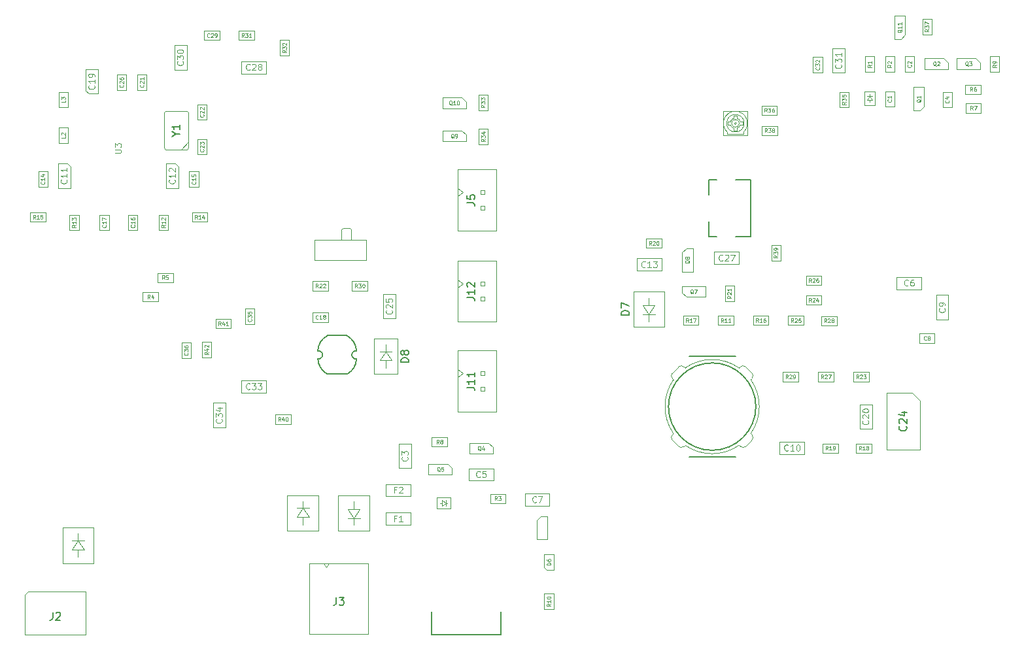
<source format=gbr>
G04 #@! TF.GenerationSoftware,KiCad,Pcbnew,5.0.2-bee76a0~70~ubuntu18.04.1*
G04 #@! TF.CreationDate,2018-12-05T23:11:17+03:00*
G04 #@! TF.ProjectId,AA-PI-Display-Board-NanoPiA64,41412d50-492d-4446-9973-706c61792d42,2.1*
G04 #@! TF.SameCoordinates,Original*
G04 #@! TF.FileFunction,Other,Fab,Top*
%FSLAX46Y46*%
G04 Gerber Fmt 4.6, Leading zero omitted, Abs format (unit mm)*
G04 Created by KiCad (PCBNEW 5.0.2-bee76a0~70~ubuntu18.04.1) date Wed 05 Dec 2018 23:11:17 MSK*
%MOMM*%
%LPD*%
G01*
G04 APERTURE LIST*
%ADD10C,0.100000*%
%ADD11C,0.080000*%
%ADD12C,0.203200*%
%ADD13C,0.150000*%
%ADD14C,0.050800*%
%ADD15C,0.120000*%
%ADD16C,0.075000*%
G04 APERTURE END LIST*
D10*
G04 #@! TO.C,C8*
X175410000Y-101900000D02*
X175410000Y-100700000D01*
X175410000Y-100700000D02*
X177410000Y-100700000D01*
X177410000Y-100700000D02*
X177410000Y-101900000D01*
X177410000Y-101900000D02*
X175410000Y-101900000D01*
G04 #@! TO.C,C35*
X89340000Y-97480000D02*
X89340000Y-99480000D01*
X88140000Y-97480000D02*
X89340000Y-97480000D01*
X88140000Y-99480000D02*
X88140000Y-97480000D01*
X89340000Y-99480000D02*
X88140000Y-99480000D01*
G04 #@! TO.C,C36*
X79900000Y-101860000D02*
X81100000Y-101860000D01*
X81100000Y-101860000D02*
X81100000Y-103860000D01*
X81100000Y-103860000D02*
X79900000Y-103860000D01*
X79900000Y-103860000D02*
X79900000Y-101860000D01*
G04 #@! TO.C,C33*
X90850000Y-108360000D02*
X87650000Y-108360000D01*
X90850000Y-106760000D02*
X90850000Y-108360000D01*
X87650000Y-106760000D02*
X90850000Y-106760000D01*
X87650000Y-108360000D02*
X87650000Y-106760000D01*
G04 #@! TO.C,C9*
X179200000Y-98890000D02*
X177600000Y-98890000D01*
X177600000Y-98890000D02*
X177600000Y-95690000D01*
X177600000Y-95690000D02*
X179200000Y-95690000D01*
X179200000Y-95690000D02*
X179200000Y-98890000D01*
G04 #@! TO.C,C34*
X83980000Y-112870000D02*
X83980000Y-109670000D01*
X85580000Y-112870000D02*
X83980000Y-112870000D01*
X85580000Y-109670000D02*
X85580000Y-112870000D01*
X83980000Y-109670000D02*
X85580000Y-109670000D01*
G04 #@! TO.C,C6*
X175700000Y-93350000D02*
X175700000Y-94950000D01*
X175700000Y-94950000D02*
X172500000Y-94950000D01*
X172500000Y-94950000D02*
X172500000Y-93350000D01*
X172500000Y-93350000D02*
X175700000Y-93350000D01*
G04 #@! TO.C,R42*
X83740000Y-103780000D02*
X82540000Y-103780000D01*
X82540000Y-103780000D02*
X82540000Y-101780000D01*
X82540000Y-101780000D02*
X83740000Y-101780000D01*
X83740000Y-101780000D02*
X83740000Y-103780000D01*
G04 #@! TO.C,R41*
X84310000Y-98800000D02*
X86310000Y-98800000D01*
X84310000Y-100000000D02*
X84310000Y-98800000D01*
X86310000Y-100000000D02*
X84310000Y-100000000D01*
X86310000Y-98800000D02*
X86310000Y-100000000D01*
G04 #@! TO.C,R40*
X92040000Y-112390000D02*
X92040000Y-111190000D01*
X92040000Y-111190000D02*
X94040000Y-111190000D01*
X94040000Y-111190000D02*
X94040000Y-112390000D01*
X94040000Y-112390000D02*
X92040000Y-112390000D01*
G04 #@! TO.C,C32*
X161670000Y-64880000D02*
X162870000Y-64880000D01*
X162870000Y-64880000D02*
X162870000Y-66880000D01*
X162870000Y-66880000D02*
X161670000Y-66880000D01*
X161670000Y-66880000D02*
X161670000Y-64880000D01*
G04 #@! TO.C,C31*
X165760000Y-66920000D02*
X164160000Y-66920000D01*
X164160000Y-66920000D02*
X164160000Y-63720000D01*
X164160000Y-63720000D02*
X165760000Y-63720000D01*
X165760000Y-63720000D02*
X165760000Y-66920000D01*
G04 #@! TO.C,R39*
X156260000Y-91230000D02*
X156260000Y-89230000D01*
X157460000Y-91230000D02*
X156260000Y-91230000D01*
X157460000Y-89230000D02*
X157460000Y-91230000D01*
X156260000Y-89230000D02*
X157460000Y-89230000D01*
G04 #@! TO.C,R38*
X157030000Y-73790000D02*
X157030000Y-74990000D01*
X157030000Y-74990000D02*
X155030000Y-74990000D01*
X155030000Y-74990000D02*
X155030000Y-73790000D01*
X155030000Y-73790000D02*
X157030000Y-73790000D01*
G04 #@! TO.C,R37*
X175820000Y-59930000D02*
X177020000Y-59930000D01*
X177020000Y-59930000D02*
X177020000Y-61930000D01*
X177020000Y-61930000D02*
X175820000Y-61930000D01*
X175820000Y-61930000D02*
X175820000Y-59930000D01*
G04 #@! TO.C,Q11*
X173580000Y-61980000D02*
X173580000Y-59530000D01*
X173030000Y-62550000D02*
X172180000Y-62550000D01*
X173580000Y-61980000D02*
X173030000Y-62550000D01*
X172180000Y-62550000D02*
X172180000Y-59510000D01*
X173580000Y-59510000D02*
X172180000Y-59510000D01*
G04 #@! TO.C,R34*
X119570000Y-74160000D02*
X119570000Y-76160000D01*
X118370000Y-74160000D02*
X119570000Y-74160000D01*
X118370000Y-76160000D02*
X118370000Y-74160000D01*
X119570000Y-76160000D02*
X118370000Y-76160000D01*
G04 #@! TO.C,R33*
X119540000Y-71770000D02*
X118340000Y-71770000D01*
X118340000Y-71770000D02*
X118340000Y-69770000D01*
X118340000Y-69770000D02*
X119540000Y-69770000D01*
X119540000Y-69770000D02*
X119540000Y-71770000D01*
G04 #@! TO.C,R36*
X157010000Y-72370000D02*
X155010000Y-72370000D01*
X157010000Y-71170000D02*
X157010000Y-72370000D01*
X155010000Y-71170000D02*
X157010000Y-71170000D01*
X155010000Y-72370000D02*
X155010000Y-71170000D01*
G04 #@! TO.C,R35*
X165100000Y-69380000D02*
X166300000Y-69380000D01*
X166300000Y-69380000D02*
X166300000Y-71380000D01*
X166300000Y-71380000D02*
X165100000Y-71380000D01*
X165100000Y-71380000D02*
X165100000Y-69380000D01*
G04 #@! TO.C,RV1*
X153160000Y-71900000D02*
X150060000Y-71900000D01*
X153160000Y-75000000D02*
X150060000Y-75000000D01*
X153160000Y-71900000D02*
X153160000Y-75000000D01*
X150060000Y-71900000D02*
X150060000Y-75000000D01*
X150559997Y-74599997D02*
G75*
G02X152660000Y-74600000I1050003J1149997D01*
G01*
X150560000Y-74600000D02*
X150560000Y-74850000D01*
X150560000Y-74850000D02*
X152660000Y-74850000D01*
X152660000Y-74850000D02*
X152660000Y-74600000D01*
D11*
X152743578Y-73450000D02*
G75*
G03X152743578Y-73450000I-1133578J0D01*
G01*
X152110000Y-73450000D02*
G75*
G03X152110000Y-73450000I-500000J0D01*
G01*
D10*
X151410000Y-72450000D02*
X151810000Y-72450000D01*
X151810000Y-72450000D02*
X151810000Y-72800000D01*
X151410000Y-72450000D02*
X151410000Y-72800000D01*
X151809318Y-74452090D02*
X151409318Y-74452090D01*
X151810000Y-74450000D02*
X151810000Y-74100000D01*
X151410000Y-74450000D02*
X151410000Y-74100000D01*
X150610000Y-73650000D02*
X150960000Y-73650000D01*
X150610000Y-73250000D02*
X150960000Y-73250000D01*
X150610000Y-73650000D02*
X150610000Y-73250000D01*
X152610000Y-73250000D02*
X152260000Y-73250000D01*
X152610000Y-73650000D02*
X152260000Y-73650000D01*
X152610000Y-73250000D02*
X152610000Y-73650000D01*
X150959287Y-73252332D02*
G75*
G02X151410000Y-72800000I650713J-197668D01*
G01*
X151412332Y-74100713D02*
G75*
G02X150960000Y-73650000I197668J650713D01*
G01*
X152260713Y-73252332D02*
G75*
G03X151810000Y-72800000I-650713J-197668D01*
G01*
X151807668Y-74100713D02*
G75*
G03X152260000Y-73650000I-197668J650713D01*
G01*
X151751421Y-73450000D02*
G75*
G03X151751421Y-73450000I-141421J0D01*
G01*
G04 #@! TO.C,Q9*
X113690000Y-74400000D02*
X113690000Y-75800000D01*
X116730000Y-75800000D02*
X113690000Y-75800000D01*
X116160000Y-74400000D02*
X116730000Y-74950000D01*
X116730000Y-74950000D02*
X116730000Y-75800000D01*
X116160000Y-74400000D02*
X113710000Y-74400000D01*
G04 #@! TO.C,Q10*
X116160000Y-70110000D02*
X113710000Y-70110000D01*
X116730000Y-70660000D02*
X116730000Y-71510000D01*
X116160000Y-70110000D02*
X116730000Y-70660000D01*
X116730000Y-71510000D02*
X113690000Y-71510000D01*
X113690000Y-70110000D02*
X113690000Y-71510000D01*
G04 #@! TO.C,R32*
X93840000Y-64660000D02*
X92640000Y-64660000D01*
X92640000Y-64660000D02*
X92640000Y-62660000D01*
X92640000Y-62660000D02*
X93840000Y-62660000D01*
X93840000Y-62660000D02*
X93840000Y-64660000D01*
G04 #@! TO.C,C29*
X82850000Y-62680000D02*
X82850000Y-61480000D01*
X82850000Y-61480000D02*
X84850000Y-61480000D01*
X84850000Y-61480000D02*
X84850000Y-62680000D01*
X84850000Y-62680000D02*
X82850000Y-62680000D01*
G04 #@! TO.C,C30*
X78970000Y-66530000D02*
X78970000Y-63330000D01*
X80570000Y-66530000D02*
X78970000Y-66530000D01*
X80570000Y-63330000D02*
X80570000Y-66530000D01*
X78970000Y-63330000D02*
X80570000Y-63330000D01*
G04 #@! TO.C,C28*
X90860000Y-65410000D02*
X90860000Y-67010000D01*
X90860000Y-67010000D02*
X87660000Y-67010000D01*
X87660000Y-67010000D02*
X87660000Y-65410000D01*
X87660000Y-65410000D02*
X90860000Y-65410000D01*
G04 #@! TO.C,R31*
X89305000Y-61480000D02*
X89305000Y-62680000D01*
X89305000Y-62680000D02*
X87305000Y-62680000D01*
X87305000Y-62680000D02*
X87305000Y-61480000D01*
X87305000Y-61480000D02*
X89305000Y-61480000D01*
G04 #@! TO.C,C23*
X83150000Y-77500000D02*
X81950000Y-77500000D01*
X81950000Y-77500000D02*
X81950000Y-75500000D01*
X81950000Y-75500000D02*
X83150000Y-75500000D01*
X83150000Y-75500000D02*
X83150000Y-77500000D01*
D12*
G04 #@! TO.C,J4*
X112250000Y-139700000D02*
X121250000Y-139700000D01*
X112250000Y-139694000D02*
X112250000Y-136690000D01*
X121250000Y-136700000D02*
X121250000Y-139694000D01*
D13*
G04 #@! TO.C,J1*
X153550000Y-88150000D02*
X153550000Y-80750000D01*
X148200000Y-80750000D02*
X149200000Y-80750000D01*
X151600000Y-80750000D02*
X153550000Y-80750000D01*
X151600000Y-88150000D02*
X153550000Y-88150000D01*
X148200000Y-88150000D02*
X149200000Y-88150000D01*
X148200000Y-82750000D02*
X148200000Y-80750000D01*
X148200000Y-88150000D02*
X148200000Y-86150000D01*
D10*
G04 #@! TO.C,C1*
X172200000Y-69300000D02*
X172200000Y-71300000D01*
X171000000Y-69300000D02*
X172200000Y-69300000D01*
X171000000Y-71300000D02*
X171000000Y-69300000D01*
X172200000Y-71300000D02*
X171000000Y-71300000D01*
G04 #@! TO.C,C2*
X173550000Y-64800000D02*
X174750000Y-64800000D01*
X174750000Y-64800000D02*
X174750000Y-66800000D01*
X174750000Y-66800000D02*
X173550000Y-66800000D01*
X173550000Y-66800000D02*
X173550000Y-64800000D01*
G04 #@! TO.C,C3*
X108030000Y-114940000D02*
X109630000Y-114940000D01*
X109630000Y-114940000D02*
X109630000Y-118140000D01*
X109630000Y-118140000D02*
X108030000Y-118140000D01*
X108030000Y-118140000D02*
X108030000Y-114940000D01*
G04 #@! TO.C,C4*
X178450000Y-71400000D02*
X178450000Y-69400000D01*
X179650000Y-71400000D02*
X178450000Y-71400000D01*
X179650000Y-69400000D02*
X179650000Y-71400000D01*
X178450000Y-69400000D02*
X179650000Y-69400000D01*
G04 #@! TO.C,C5*
X117100000Y-119750000D02*
X117100000Y-118150000D01*
X117100000Y-118150000D02*
X120300000Y-118150000D01*
X120300000Y-118150000D02*
X120300000Y-119750000D01*
X120300000Y-119750000D02*
X117100000Y-119750000D01*
G04 #@! TO.C,C7*
X124350000Y-123000000D02*
X124350000Y-121400000D01*
X124350000Y-121400000D02*
X127550000Y-121400000D01*
X127550000Y-121400000D02*
X127550000Y-123000000D01*
X127550000Y-123000000D02*
X124350000Y-123000000D01*
G04 #@! TO.C,C10*
X160550000Y-116300000D02*
X157350000Y-116300000D01*
X160550000Y-114700000D02*
X160550000Y-116300000D01*
X157350000Y-114700000D02*
X160550000Y-114700000D01*
X157350000Y-116300000D02*
X157350000Y-114700000D01*
G04 #@! TO.C,C11*
X65500000Y-81850000D02*
X65500000Y-79050000D01*
X65500000Y-79050000D02*
X65100000Y-78650000D01*
X65100000Y-78650000D02*
X63900000Y-78650000D01*
X63900000Y-78650000D02*
X63900000Y-81850000D01*
X63900000Y-81850000D02*
X65500000Y-81850000D01*
G04 #@! TO.C,C12*
X77900000Y-81850000D02*
X79500000Y-81850000D01*
X77900000Y-78650000D02*
X77900000Y-81850000D01*
X79100000Y-78650000D02*
X77900000Y-78650000D01*
X79500000Y-79050000D02*
X79100000Y-78650000D01*
X79500000Y-81850000D02*
X79500000Y-79050000D01*
G04 #@! TO.C,C13*
X138850000Y-92550000D02*
X138850000Y-90950000D01*
X138850000Y-90950000D02*
X142050000Y-90950000D01*
X142050000Y-90950000D02*
X142050000Y-92550000D01*
X142050000Y-92550000D02*
X138850000Y-92550000D01*
G04 #@! TO.C,C14*
X61350000Y-81700000D02*
X61350000Y-79700000D01*
X62550000Y-81700000D02*
X61350000Y-81700000D01*
X62550000Y-79700000D02*
X62550000Y-81700000D01*
X61350000Y-79700000D02*
X62550000Y-79700000D01*
G04 #@! TO.C,C15*
X82100000Y-81700000D02*
X80900000Y-81700000D01*
X80900000Y-81700000D02*
X80900000Y-79700000D01*
X80900000Y-79700000D02*
X82100000Y-79700000D01*
X82100000Y-79700000D02*
X82100000Y-81700000D01*
G04 #@! TO.C,C16*
X73000000Y-87300000D02*
X73000000Y-85300000D01*
X74200000Y-87300000D02*
X73000000Y-87300000D01*
X74200000Y-85300000D02*
X74200000Y-87300000D01*
X73000000Y-85300000D02*
X74200000Y-85300000D01*
G04 #@! TO.C,C17*
X69300000Y-85300000D02*
X70500000Y-85300000D01*
X70500000Y-85300000D02*
X70500000Y-87300000D01*
X70500000Y-87300000D02*
X69300000Y-87300000D01*
X69300000Y-87300000D02*
X69300000Y-85300000D01*
G04 #@! TO.C,C18*
X98902000Y-97990000D02*
X98902000Y-99190000D01*
X98902000Y-99190000D02*
X96902000Y-99190000D01*
X96902000Y-99190000D02*
X96902000Y-97990000D01*
X96902000Y-97990000D02*
X98902000Y-97990000D01*
G04 #@! TO.C,C19*
X67470000Y-66430000D02*
X67470000Y-69230000D01*
X67470000Y-69230000D02*
X67870000Y-69630000D01*
X67870000Y-69630000D02*
X69070000Y-69630000D01*
X69070000Y-69630000D02*
X69070000Y-66430000D01*
X69070000Y-66430000D02*
X67470000Y-66430000D01*
G04 #@! TO.C,C20*
X167700000Y-113050000D02*
X167700000Y-109850000D01*
X169300000Y-113050000D02*
X167700000Y-113050000D01*
X169300000Y-109850000D02*
X169300000Y-113050000D01*
X167700000Y-109850000D02*
X169300000Y-109850000D01*
G04 #@! TO.C,C21*
X75360000Y-69130000D02*
X74160000Y-69130000D01*
X74160000Y-69130000D02*
X74160000Y-67130000D01*
X74160000Y-67130000D02*
X75360000Y-67130000D01*
X75360000Y-67130000D02*
X75360000Y-69130000D01*
G04 #@! TO.C,C22*
X81950000Y-73000000D02*
X81950000Y-71000000D01*
X83150000Y-73000000D02*
X81950000Y-73000000D01*
X83150000Y-71000000D02*
X83150000Y-73000000D01*
X81950000Y-71000000D02*
X83150000Y-71000000D01*
G04 #@! TO.C,C24*
X175500000Y-115700000D02*
X175500000Y-109400000D01*
X175500000Y-109400000D02*
X174500000Y-108400000D01*
X174500000Y-108400000D02*
X171200000Y-108400000D01*
X171200000Y-108400000D02*
X171200000Y-115700000D01*
X171200000Y-115700000D02*
X175500000Y-115700000D01*
G04 #@! TO.C,C25*
X107600000Y-95550000D02*
X107600000Y-98750000D01*
X106000000Y-95550000D02*
X107600000Y-95550000D01*
X106000000Y-98750000D02*
X106000000Y-95550000D01*
X107600000Y-98750000D02*
X106000000Y-98750000D01*
G04 #@! TO.C,C26*
X72730000Y-69130000D02*
X71530000Y-69130000D01*
X71530000Y-69130000D02*
X71530000Y-67130000D01*
X71530000Y-67130000D02*
X72730000Y-67130000D01*
X72730000Y-67130000D02*
X72730000Y-69130000D01*
G04 #@! TO.C,C27*
X152070000Y-91700000D02*
X148870000Y-91700000D01*
X152070000Y-90100000D02*
X152070000Y-91700000D01*
X148870000Y-90100000D02*
X152070000Y-90100000D01*
X148870000Y-91700000D02*
X148870000Y-90100000D01*
G04 #@! TO.C,D1*
X169000000Y-70400000D02*
X169000000Y-70650000D01*
X168650000Y-70400000D02*
X169000000Y-69900000D01*
X169350000Y-70400000D02*
X168650000Y-70400000D01*
X169000000Y-69900000D02*
X169350000Y-70400000D01*
X169000000Y-69900000D02*
X169000000Y-69700000D01*
X169350000Y-69900000D02*
X168650000Y-69900000D01*
X168300000Y-69300000D02*
X169700000Y-69300000D01*
X168300000Y-71100000D02*
X168300000Y-69300000D01*
X169700000Y-71100000D02*
X168300000Y-71100000D01*
X169700000Y-69300000D02*
X169700000Y-71100000D01*
G04 #@! TO.C,D2*
X66478980Y-127500560D02*
X67279080Y-128651180D01*
X66478980Y-127500560D02*
X65729680Y-128651180D01*
X65729680Y-128651180D02*
X67279080Y-128651180D01*
X67279080Y-127500560D02*
X65678880Y-127500560D01*
X66478980Y-128651180D02*
X66478980Y-129649400D01*
X66478980Y-127500560D02*
X66478980Y-126598860D01*
X68480000Y-130450000D02*
X68480000Y-125850000D01*
X68480000Y-130450000D02*
X64480000Y-130450000D01*
X64480000Y-125850000D02*
X68480000Y-125850000D01*
X64480000Y-130450000D02*
X64480000Y-125850000D01*
G04 #@! TO.C,D3*
X95598980Y-123300560D02*
X96399080Y-124451180D01*
X95598980Y-123300560D02*
X94849680Y-124451180D01*
X94849680Y-124451180D02*
X96399080Y-124451180D01*
X96399080Y-123300560D02*
X94798880Y-123300560D01*
X95598980Y-124451180D02*
X95598980Y-125449400D01*
X95598980Y-123300560D02*
X95598980Y-122398860D01*
X97600000Y-126250000D02*
X97600000Y-121650000D01*
X97600000Y-126250000D02*
X93600000Y-126250000D01*
X93600000Y-121650000D02*
X97600000Y-121650000D01*
X93600000Y-126250000D02*
X93600000Y-121650000D01*
G04 #@! TO.C,D4*
X104200000Y-121650000D02*
X104200000Y-126250000D01*
X104200000Y-126250000D02*
X100200000Y-126250000D01*
X100200000Y-121650000D02*
X104200000Y-121650000D01*
X100200000Y-121650000D02*
X100200000Y-126250000D01*
X102201020Y-124599440D02*
X102201020Y-125501140D01*
X102201020Y-123448820D02*
X102201020Y-122450600D01*
X101400920Y-124599440D02*
X103001120Y-124599440D01*
X102950320Y-123448820D02*
X101400920Y-123448820D01*
X102201020Y-124599440D02*
X102950320Y-123448820D01*
X102201020Y-124599440D02*
X101400920Y-123448820D01*
G04 #@! TO.C,D5*
X114716000Y-123340000D02*
X112916000Y-123340000D01*
X112916000Y-123340000D02*
X112916000Y-121940000D01*
X112916000Y-121940000D02*
X114716000Y-121940000D01*
X114716000Y-121940000D02*
X114716000Y-123340000D01*
X114116000Y-122990000D02*
X114116000Y-122290000D01*
X114116000Y-122640000D02*
X114316000Y-122640000D01*
X114116000Y-122640000D02*
X113616000Y-122990000D01*
X113616000Y-122990000D02*
X113616000Y-122290000D01*
X113616000Y-122290000D02*
X114116000Y-122640000D01*
X113616000Y-122640000D02*
X113366000Y-122640000D01*
G04 #@! TO.C,D6*
X126868000Y-129294000D02*
X126868000Y-130994000D01*
X126868000Y-130994000D02*
X127168000Y-131294000D01*
X127168000Y-131294000D02*
X128068000Y-131294000D01*
X128068000Y-131294000D02*
X128068000Y-129294000D01*
X128068000Y-129294000D02*
X126868000Y-129294000D01*
G04 #@! TO.C,D7*
X142400000Y-95250000D02*
X142400000Y-99850000D01*
X142400000Y-99850000D02*
X138400000Y-99850000D01*
X138400000Y-95250000D02*
X142400000Y-95250000D01*
X138400000Y-95250000D02*
X138400000Y-99850000D01*
X140401020Y-98199440D02*
X140401020Y-99101140D01*
X140401020Y-97048820D02*
X140401020Y-96050600D01*
X139600920Y-98199440D02*
X141201120Y-98199440D01*
X141150320Y-97048820D02*
X139600920Y-97048820D01*
X140401020Y-98199440D02*
X141150320Y-97048820D01*
X140401020Y-98199440D02*
X139600920Y-97048820D01*
G04 #@! TO.C,D8*
X104850000Y-105950000D02*
X104850000Y-101350000D01*
X104850000Y-101350000D02*
X107850000Y-101350000D01*
X107850000Y-105950000D02*
X104850000Y-105950000D01*
X107850000Y-105950000D02*
X107850000Y-101350000D01*
X106348980Y-103000560D02*
X106348980Y-102098860D01*
X106348980Y-104151180D02*
X106348980Y-105149400D01*
X107149080Y-103000560D02*
X105548880Y-103000560D01*
X105599680Y-104151180D02*
X107149080Y-104151180D01*
X106348980Y-103000560D02*
X105599680Y-104151180D01*
X106348980Y-103000560D02*
X107149080Y-104151180D01*
G04 #@! TO.C,F1*
X109550000Y-123900000D02*
X109550000Y-125500000D01*
X109550000Y-125500000D02*
X106350000Y-125500000D01*
X106350000Y-125500000D02*
X106350000Y-123900000D01*
X106350000Y-123900000D02*
X109550000Y-123900000D01*
G04 #@! TO.C,F2*
X109550000Y-121780000D02*
X106350000Y-121780000D01*
X109550000Y-120180000D02*
X109550000Y-121780000D01*
X106350000Y-120180000D02*
X109550000Y-120180000D01*
X106350000Y-121780000D02*
X106350000Y-120180000D01*
G04 #@! TO.C,J2*
X59600000Y-134550000D02*
X59600000Y-139650000D01*
X67500000Y-134100000D02*
X60050000Y-134100000D01*
X59600000Y-134550000D02*
X60050000Y-134100000D01*
X59600000Y-139670000D02*
X67500000Y-139670000D01*
X67500000Y-139670000D02*
X67500000Y-134100000D01*
G04 #@! TO.C,J3*
X98650000Y-130950000D02*
X99000000Y-130450000D01*
X104100000Y-139650000D02*
X104100000Y-130450000D01*
X96400000Y-139650000D02*
X104100000Y-139650000D01*
X96400000Y-130450000D02*
X96400000Y-139650000D01*
X96400000Y-130450000D02*
X104100000Y-130450000D01*
X98300000Y-130450000D02*
X98650000Y-130950000D01*
G04 #@! TO.C,J5*
X115650000Y-79425000D02*
X115650000Y-87375000D01*
X120650000Y-79425000D02*
X120650000Y-87375000D01*
X115650000Y-79425000D02*
X120650000Y-79425000D01*
X115650000Y-87375000D02*
X120650000Y-87375000D01*
X119150000Y-82150000D02*
X118650000Y-82150000D01*
X118650000Y-82150000D02*
X118650000Y-82650000D01*
X118650000Y-82650000D02*
X119150000Y-82650000D01*
X119150000Y-82650000D02*
X119150000Y-82150000D01*
X119150000Y-84150000D02*
X118650000Y-84150000D01*
X118650000Y-84150000D02*
X118650000Y-84650000D01*
X118650000Y-84650000D02*
X119150000Y-84650000D01*
X119150000Y-84650000D02*
X119150000Y-84150000D01*
X115650000Y-81900000D02*
X116357107Y-82400000D01*
X116357107Y-82400000D02*
X115650000Y-82900000D01*
G04 #@! TO.C,J11*
X116357107Y-105850000D02*
X115650000Y-106350000D01*
X115650000Y-105350000D02*
X116357107Y-105850000D01*
X119150000Y-108100000D02*
X119150000Y-107600000D01*
X118650000Y-108100000D02*
X119150000Y-108100000D01*
X118650000Y-107600000D02*
X118650000Y-108100000D01*
X119150000Y-107600000D02*
X118650000Y-107600000D01*
X119150000Y-106100000D02*
X119150000Y-105600000D01*
X118650000Y-106100000D02*
X119150000Y-106100000D01*
X118650000Y-105600000D02*
X118650000Y-106100000D01*
X119150000Y-105600000D02*
X118650000Y-105600000D01*
X115650000Y-110825000D02*
X120650000Y-110825000D01*
X115650000Y-102875000D02*
X120650000Y-102875000D01*
X120650000Y-102875000D02*
X120650000Y-110825000D01*
X115650000Y-102875000D02*
X115650000Y-110825000D01*
G04 #@! TO.C,J12*
X115650000Y-91225000D02*
X115650000Y-99175000D01*
X120650000Y-91225000D02*
X120650000Y-99175000D01*
X115650000Y-91225000D02*
X120650000Y-91225000D01*
X115650000Y-99175000D02*
X120650000Y-99175000D01*
X119150000Y-93950000D02*
X118650000Y-93950000D01*
X118650000Y-93950000D02*
X118650000Y-94450000D01*
X118650000Y-94450000D02*
X119150000Y-94450000D01*
X119150000Y-94450000D02*
X119150000Y-93950000D01*
X119150000Y-95950000D02*
X118650000Y-95950000D01*
X118650000Y-95950000D02*
X118650000Y-96450000D01*
X118650000Y-96450000D02*
X119150000Y-96450000D01*
X119150000Y-96450000D02*
X119150000Y-95950000D01*
X115650000Y-93700000D02*
X116357107Y-94200000D01*
X116357107Y-94200000D02*
X115650000Y-94700000D01*
D12*
G04 #@! TO.C,L1*
X145600000Y-103650000D02*
X151600000Y-103650000D01*
X151600000Y-116650000D02*
X145600000Y-116650000D01*
D14*
X143600000Y-113650000D02*
X143453600Y-113796400D01*
X143453600Y-114503600D02*
G75*
G02X143453600Y-113796400I353600J353600D01*
G01*
X143453600Y-114503600D02*
X144246400Y-115296400D01*
X144953600Y-115296400D02*
G75*
G02X144246400Y-115296400I-353600J353600D01*
G01*
X144953600Y-115296400D02*
X145100000Y-115150000D01*
X152100000Y-115150000D02*
X152246400Y-115296400D01*
X152953600Y-115296400D02*
G75*
G02X152246400Y-115296400I-353600J353600D01*
G01*
X152953600Y-115296400D02*
X153746400Y-114503600D01*
X153746400Y-113796400D02*
G75*
G02X153746400Y-114503600I-353600J-353600D01*
G01*
X153746400Y-113796400D02*
X153600000Y-113650000D01*
X145100000Y-105150000D02*
X144953600Y-105003600D01*
X144246400Y-105003600D02*
G75*
G02X144953600Y-105003600I353600J-353600D01*
G01*
X144246400Y-105003600D02*
X143453600Y-105796400D01*
X143453600Y-106503600D02*
G75*
G02X143453600Y-105796400I353600J353600D01*
G01*
X143453600Y-106503600D02*
X143600000Y-106650000D01*
X153600000Y-106650000D02*
X153746400Y-106503600D01*
X153746400Y-105796400D02*
G75*
G02X153746400Y-106503600I-353600J-353600D01*
G01*
X153746400Y-105796400D02*
X152953600Y-105003600D01*
X152246400Y-105003600D02*
G75*
G02X152953600Y-105003600I353600J-353600D01*
G01*
X152246400Y-105003600D02*
X152100000Y-105150000D01*
X145100001Y-115150000D02*
G75*
G03X152100000Y-115150000I3499999J5000003D01*
G01*
X153600000Y-113649999D02*
G75*
G03X153600000Y-106650000I-5000003J3499999D01*
G01*
X152099999Y-105150000D02*
G75*
G03X145100000Y-105150000I-3499999J-5000003D01*
G01*
X143600000Y-106650001D02*
G75*
G03X143600000Y-113650000I5000003J-3499999D01*
G01*
D12*
X154256800Y-110150000D02*
G75*
G03X154256800Y-110150000I-5656800J0D01*
G01*
D10*
G04 #@! TO.C,L2*
X64000000Y-76010000D02*
X64000000Y-74010000D01*
X65200000Y-76010000D02*
X64000000Y-76010000D01*
X65200000Y-74010000D02*
X65200000Y-76010000D01*
X64000000Y-74010000D02*
X65200000Y-74010000D01*
G04 #@! TO.C,L3*
X65200000Y-71400000D02*
X64000000Y-71400000D01*
X64000000Y-71400000D02*
X64000000Y-69400000D01*
X64000000Y-69400000D02*
X65200000Y-69400000D01*
X65200000Y-69400000D02*
X65200000Y-71400000D01*
D12*
G04 #@! TO.C,L4*
X101300000Y-100950000D02*
X98800000Y-100950000D01*
X97800000Y-103950000D02*
G75*
G03X97800000Y-102950000I-166701J500000D01*
G01*
X98800000Y-105950000D02*
X101300000Y-105950000D01*
X97800000Y-103950000D02*
X97550000Y-103950000D01*
X97800000Y-102950000D02*
X97550000Y-102950000D01*
X98800001Y-105950000D02*
G75*
G02X97550000Y-103950000I1124998J2093750D01*
G01*
X98800002Y-100950000D02*
G75*
G03X97550000Y-102950000I999799J-2015501D01*
G01*
X102300000Y-102950000D02*
G75*
G03X102300000Y-103950000I166701J-500000D01*
G01*
X102300000Y-102950000D02*
X102550000Y-102950000D01*
X102300000Y-103950000D02*
X102550000Y-103950000D01*
X101299999Y-100950000D02*
G75*
G02X102550000Y-102950000I-1124998J-2093750D01*
G01*
X101299998Y-105950000D02*
G75*
G03X102550000Y-103950000I-999799J2015501D01*
G01*
D10*
G04 #@! TO.C,Q1*
X176050000Y-68780000D02*
X174650000Y-68780000D01*
X174650000Y-71820000D02*
X174650000Y-68780000D01*
X176050000Y-71250000D02*
X175500000Y-71820000D01*
X175500000Y-71820000D02*
X174650000Y-71820000D01*
X176050000Y-71250000D02*
X176050000Y-68800000D01*
G04 #@! TO.C,Q2*
X178600000Y-65050000D02*
X176150000Y-65050000D01*
X179170000Y-65600000D02*
X179170000Y-66450000D01*
X178600000Y-65050000D02*
X179170000Y-65600000D01*
X179170000Y-66450000D02*
X176130000Y-66450000D01*
X176130000Y-65050000D02*
X176130000Y-66450000D01*
G04 #@! TO.C,Q3*
X180280000Y-65050000D02*
X180280000Y-66450000D01*
X183320000Y-66450000D02*
X180280000Y-66450000D01*
X182750000Y-65050000D02*
X183320000Y-65600000D01*
X183320000Y-65600000D02*
X183320000Y-66450000D01*
X182750000Y-65050000D02*
X180300000Y-65050000D01*
G04 #@! TO.C,Q4*
X117180000Y-114850000D02*
X117180000Y-116250000D01*
X120220000Y-116250000D02*
X117180000Y-116250000D01*
X119650000Y-114850000D02*
X120220000Y-115400000D01*
X120220000Y-115400000D02*
X120220000Y-116250000D01*
X119650000Y-114850000D02*
X117200000Y-114850000D01*
G04 #@! TO.C,Q5*
X114354000Y-117568000D02*
X111904000Y-117568000D01*
X114924000Y-118118000D02*
X114924000Y-118968000D01*
X114354000Y-117568000D02*
X114924000Y-118118000D01*
X114924000Y-118968000D02*
X111884000Y-118968000D01*
X111884000Y-117568000D02*
X111884000Y-118968000D01*
G04 #@! TO.C,Q6*
X125900000Y-124900000D02*
X125900000Y-127350000D01*
X126450000Y-124330000D02*
X127300000Y-124330000D01*
X125900000Y-124900000D02*
X126450000Y-124330000D01*
X127300000Y-124330000D02*
X127300000Y-127370000D01*
X125900000Y-127370000D02*
X127300000Y-127370000D01*
G04 #@! TO.C,Q7*
X147720000Y-95950000D02*
X147720000Y-94550000D01*
X144680000Y-94550000D02*
X147720000Y-94550000D01*
X145250000Y-95950000D02*
X144680000Y-95400000D01*
X144680000Y-95400000D02*
X144680000Y-94550000D01*
X145250000Y-95950000D02*
X147700000Y-95950000D01*
G04 #@! TO.C,Q8*
X144700000Y-90200000D02*
X144700000Y-92650000D01*
X145250000Y-89630000D02*
X146100000Y-89630000D01*
X144700000Y-90200000D02*
X145250000Y-89630000D01*
X146100000Y-89630000D02*
X146100000Y-92670000D01*
X144700000Y-92670000D02*
X146100000Y-92670000D01*
G04 #@! TO.C,R1*
X168400000Y-64800000D02*
X169600000Y-64800000D01*
X169600000Y-64800000D02*
X169600000Y-66800000D01*
X169600000Y-66800000D02*
X168400000Y-66800000D01*
X168400000Y-66800000D02*
X168400000Y-64800000D01*
G04 #@! TO.C,R2*
X171000000Y-66800000D02*
X171000000Y-64800000D01*
X172200000Y-66800000D02*
X171000000Y-66800000D01*
X172200000Y-64800000D02*
X172200000Y-66800000D01*
X171000000Y-64800000D02*
X172200000Y-64800000D01*
G04 #@! TO.C,R3*
X119850000Y-121450000D02*
X121850000Y-121450000D01*
X119850000Y-122650000D02*
X119850000Y-121450000D01*
X121850000Y-122650000D02*
X119850000Y-122650000D01*
X121850000Y-121450000D02*
X121850000Y-122650000D01*
G04 #@! TO.C,R4*
X74890000Y-96530000D02*
X74890000Y-95330000D01*
X74890000Y-95330000D02*
X76890000Y-95330000D01*
X76890000Y-95330000D02*
X76890000Y-96530000D01*
X76890000Y-96530000D02*
X74890000Y-96530000D01*
G04 #@! TO.C,R5*
X78800000Y-94040000D02*
X76800000Y-94040000D01*
X78800000Y-92840000D02*
X78800000Y-94040000D01*
X76800000Y-92840000D02*
X78800000Y-92840000D01*
X76800000Y-94040000D02*
X76800000Y-92840000D01*
G04 #@! TO.C,R6*
X181400000Y-69650000D02*
X181400000Y-68450000D01*
X181400000Y-68450000D02*
X183400000Y-68450000D01*
X183400000Y-68450000D02*
X183400000Y-69650000D01*
X183400000Y-69650000D02*
X181400000Y-69650000D01*
G04 #@! TO.C,R7*
X181425000Y-70900000D02*
X183425000Y-70900000D01*
X181425000Y-72100000D02*
X181425000Y-70900000D01*
X183425000Y-72100000D02*
X181425000Y-72100000D01*
X183425000Y-70900000D02*
X183425000Y-72100000D01*
G04 #@! TO.C,R8*
X114300000Y-114120000D02*
X114300000Y-115320000D01*
X114300000Y-115320000D02*
X112300000Y-115320000D01*
X112300000Y-115320000D02*
X112300000Y-114120000D01*
X112300000Y-114120000D02*
X114300000Y-114120000D01*
G04 #@! TO.C,R9*
X185800000Y-66800000D02*
X184600000Y-66800000D01*
X184600000Y-66800000D02*
X184600000Y-64800000D01*
X184600000Y-64800000D02*
X185800000Y-64800000D01*
X185800000Y-64800000D02*
X185800000Y-66800000D01*
G04 #@! TO.C,R10*
X128068000Y-134374000D02*
X128068000Y-136374000D01*
X126868000Y-134374000D02*
X128068000Y-134374000D01*
X126868000Y-136374000D02*
X126868000Y-134374000D01*
X128068000Y-136374000D02*
X126868000Y-136374000D01*
G04 #@! TO.C,R11*
X151350000Y-99600000D02*
X149350000Y-99600000D01*
X151350000Y-98400000D02*
X151350000Y-99600000D01*
X149350000Y-98400000D02*
X151350000Y-98400000D01*
X149350000Y-99600000D02*
X149350000Y-98400000D01*
G04 #@! TO.C,R12*
X78150000Y-87300000D02*
X76950000Y-87300000D01*
X76950000Y-87300000D02*
X76950000Y-85300000D01*
X76950000Y-85300000D02*
X78150000Y-85300000D01*
X78150000Y-85300000D02*
X78150000Y-87300000D01*
G04 #@! TO.C,R13*
X66600000Y-85300000D02*
X66600000Y-87300000D01*
X65400000Y-85300000D02*
X66600000Y-85300000D01*
X65400000Y-87300000D02*
X65400000Y-85300000D01*
X66600000Y-87300000D02*
X65400000Y-87300000D01*
G04 #@! TO.C,R14*
X81250000Y-85000000D02*
X83250000Y-85000000D01*
X81250000Y-86200000D02*
X81250000Y-85000000D01*
X83250000Y-86200000D02*
X81250000Y-86200000D01*
X83250000Y-85000000D02*
X83250000Y-86200000D01*
G04 #@! TO.C,R15*
X60300000Y-86200000D02*
X60300000Y-85000000D01*
X60300000Y-85000000D02*
X62300000Y-85000000D01*
X62300000Y-85000000D02*
X62300000Y-86200000D01*
X62300000Y-86200000D02*
X60300000Y-86200000D01*
G04 #@! TO.C,R16*
X153900000Y-98400000D02*
X155900000Y-98400000D01*
X153900000Y-99600000D02*
X153900000Y-98400000D01*
X155900000Y-99600000D02*
X153900000Y-99600000D01*
X155900000Y-98400000D02*
X155900000Y-99600000D01*
G04 #@! TO.C,R17*
X146850000Y-98400000D02*
X146850000Y-99600000D01*
X146850000Y-99600000D02*
X144850000Y-99600000D01*
X144850000Y-99600000D02*
X144850000Y-98400000D01*
X144850000Y-98400000D02*
X146850000Y-98400000D01*
G04 #@! TO.C,R18*
X167236000Y-116144000D02*
X167236000Y-114944000D01*
X167236000Y-114944000D02*
X169236000Y-114944000D01*
X169236000Y-114944000D02*
X169236000Y-116144000D01*
X169236000Y-116144000D02*
X167236000Y-116144000D01*
G04 #@! TO.C,R19*
X164900000Y-116144000D02*
X162900000Y-116144000D01*
X164900000Y-114944000D02*
X164900000Y-116144000D01*
X162900000Y-114944000D02*
X164900000Y-114944000D01*
X162900000Y-116144000D02*
X162900000Y-114944000D01*
G04 #@! TO.C,R20*
X142050000Y-89600000D02*
X140050000Y-89600000D01*
X142050000Y-88400000D02*
X142050000Y-89600000D01*
X140050000Y-88400000D02*
X142050000Y-88400000D01*
X140050000Y-89600000D02*
X140050000Y-88400000D01*
G04 #@! TO.C,R21*
X150250000Y-94500000D02*
X151450000Y-94500000D01*
X151450000Y-94500000D02*
X151450000Y-96500000D01*
X151450000Y-96500000D02*
X150250000Y-96500000D01*
X150250000Y-96500000D02*
X150250000Y-94500000D01*
G04 #@! TO.C,R22*
X98902000Y-93926000D02*
X98902000Y-95126000D01*
X98902000Y-95126000D02*
X96902000Y-95126000D01*
X96902000Y-95126000D02*
X96902000Y-93926000D01*
X96902000Y-93926000D02*
X98902000Y-93926000D01*
G04 #@! TO.C,R23*
X166886000Y-106900000D02*
X166886000Y-105700000D01*
X166886000Y-105700000D02*
X168886000Y-105700000D01*
X168886000Y-105700000D02*
X168886000Y-106900000D01*
X168886000Y-106900000D02*
X166886000Y-106900000D01*
G04 #@! TO.C,R24*
X162750000Y-95750000D02*
X162750000Y-96950000D01*
X162750000Y-96950000D02*
X160750000Y-96950000D01*
X160750000Y-96950000D02*
X160750000Y-95750000D01*
X160750000Y-95750000D02*
X162750000Y-95750000D01*
G04 #@! TO.C,R25*
X160450000Y-99600000D02*
X158450000Y-99600000D01*
X160450000Y-98400000D02*
X160450000Y-99600000D01*
X158450000Y-98400000D02*
X160450000Y-98400000D01*
X158450000Y-99600000D02*
X158450000Y-98400000D01*
G04 #@! TO.C,R26*
X160750000Y-94400000D02*
X160750000Y-93200000D01*
X160750000Y-93200000D02*
X162750000Y-93200000D01*
X162750000Y-93200000D02*
X162750000Y-94400000D01*
X162750000Y-94400000D02*
X160750000Y-94400000D01*
G04 #@! TO.C,R27*
X162314000Y-105700000D02*
X164314000Y-105700000D01*
X162314000Y-106900000D02*
X162314000Y-105700000D01*
X164314000Y-106900000D02*
X162314000Y-106900000D01*
X164314000Y-105700000D02*
X164314000Y-106900000D01*
G04 #@! TO.C,R28*
X164730000Y-99630000D02*
X162730000Y-99630000D01*
X164730000Y-98430000D02*
X164730000Y-99630000D01*
X162730000Y-98430000D02*
X164730000Y-98430000D01*
X162730000Y-99630000D02*
X162730000Y-98430000D01*
G04 #@! TO.C,R29*
X159730000Y-105690000D02*
X159730000Y-106890000D01*
X159730000Y-106890000D02*
X157730000Y-106890000D01*
X157730000Y-106890000D02*
X157730000Y-105690000D01*
X157730000Y-105690000D02*
X159730000Y-105690000D01*
G04 #@! TO.C,R30*
X101982000Y-93926000D02*
X103982000Y-93926000D01*
X101982000Y-95126000D02*
X101982000Y-93926000D01*
X103982000Y-95126000D02*
X101982000Y-95126000D01*
X103982000Y-93926000D02*
X103982000Y-95126000D01*
G04 #@! TO.C,SW2*
X101850000Y-88530000D02*
X101850000Y-87230000D01*
X101850000Y-87230000D02*
X101650000Y-87030000D01*
X101650000Y-87030000D02*
X100800000Y-87030000D01*
X100800000Y-87030000D02*
X100600000Y-87230000D01*
X100600000Y-87230000D02*
X100550000Y-87280000D01*
X100550000Y-87280000D02*
X100550000Y-88580000D01*
X103800000Y-91180000D02*
X103800000Y-88580000D01*
X103800000Y-88580000D02*
X97100000Y-88580000D01*
X97100000Y-88580000D02*
X97100000Y-91180000D01*
X97100000Y-91180000D02*
X103800000Y-91180000D01*
G04 #@! TO.C,Y1*
X77610000Y-76650000D02*
X77610000Y-72050000D01*
X77610000Y-72050000D02*
X77810000Y-71850000D01*
X77810000Y-71850000D02*
X80610000Y-71850000D01*
X80610000Y-71850000D02*
X80810000Y-72050000D01*
X80810000Y-72050000D02*
X80810000Y-76650000D01*
X80810000Y-76650000D02*
X80610000Y-76850000D01*
X80610000Y-76850000D02*
X77810000Y-76850000D01*
X77810000Y-76850000D02*
X77610000Y-76650000D01*
X79810000Y-76850000D02*
X80810000Y-75850000D01*
G04 #@! TD*
G04 #@! TO.C,C8*
D11*
X176326666Y-101478571D02*
X176302857Y-101502380D01*
X176231428Y-101526190D01*
X176183809Y-101526190D01*
X176112380Y-101502380D01*
X176064761Y-101454761D01*
X176040952Y-101407142D01*
X176017142Y-101311904D01*
X176017142Y-101240476D01*
X176040952Y-101145238D01*
X176064761Y-101097619D01*
X176112380Y-101050000D01*
X176183809Y-101026190D01*
X176231428Y-101026190D01*
X176302857Y-101050000D01*
X176326666Y-101073809D01*
X176612380Y-101240476D02*
X176564761Y-101216666D01*
X176540952Y-101192857D01*
X176517142Y-101145238D01*
X176517142Y-101121428D01*
X176540952Y-101073809D01*
X176564761Y-101050000D01*
X176612380Y-101026190D01*
X176707619Y-101026190D01*
X176755238Y-101050000D01*
X176779047Y-101073809D01*
X176802857Y-101121428D01*
X176802857Y-101145238D01*
X176779047Y-101192857D01*
X176755238Y-101216666D01*
X176707619Y-101240476D01*
X176612380Y-101240476D01*
X176564761Y-101264285D01*
X176540952Y-101288095D01*
X176517142Y-101335714D01*
X176517142Y-101430952D01*
X176540952Y-101478571D01*
X176564761Y-101502380D01*
X176612380Y-101526190D01*
X176707619Y-101526190D01*
X176755238Y-101502380D01*
X176779047Y-101478571D01*
X176802857Y-101430952D01*
X176802857Y-101335714D01*
X176779047Y-101288095D01*
X176755238Y-101264285D01*
X176707619Y-101240476D01*
G04 #@! TO.C,C35*
X88918571Y-98801428D02*
X88942380Y-98825238D01*
X88966190Y-98896666D01*
X88966190Y-98944285D01*
X88942380Y-99015714D01*
X88894761Y-99063333D01*
X88847142Y-99087142D01*
X88751904Y-99110952D01*
X88680476Y-99110952D01*
X88585238Y-99087142D01*
X88537619Y-99063333D01*
X88490000Y-99015714D01*
X88466190Y-98944285D01*
X88466190Y-98896666D01*
X88490000Y-98825238D01*
X88513809Y-98801428D01*
X88466190Y-98634761D02*
X88466190Y-98325238D01*
X88656666Y-98491904D01*
X88656666Y-98420476D01*
X88680476Y-98372857D01*
X88704285Y-98349047D01*
X88751904Y-98325238D01*
X88870952Y-98325238D01*
X88918571Y-98349047D01*
X88942380Y-98372857D01*
X88966190Y-98420476D01*
X88966190Y-98563333D01*
X88942380Y-98610952D01*
X88918571Y-98634761D01*
X88466190Y-97872857D02*
X88466190Y-98110952D01*
X88704285Y-98134761D01*
X88680476Y-98110952D01*
X88656666Y-98063333D01*
X88656666Y-97944285D01*
X88680476Y-97896666D01*
X88704285Y-97872857D01*
X88751904Y-97849047D01*
X88870952Y-97849047D01*
X88918571Y-97872857D01*
X88942380Y-97896666D01*
X88966190Y-97944285D01*
X88966190Y-98063333D01*
X88942380Y-98110952D01*
X88918571Y-98134761D01*
G04 #@! TO.C,C36*
X80678571Y-103181428D02*
X80702380Y-103205238D01*
X80726190Y-103276666D01*
X80726190Y-103324285D01*
X80702380Y-103395714D01*
X80654761Y-103443333D01*
X80607142Y-103467142D01*
X80511904Y-103490952D01*
X80440476Y-103490952D01*
X80345238Y-103467142D01*
X80297619Y-103443333D01*
X80250000Y-103395714D01*
X80226190Y-103324285D01*
X80226190Y-103276666D01*
X80250000Y-103205238D01*
X80273809Y-103181428D01*
X80226190Y-103014761D02*
X80226190Y-102705238D01*
X80416666Y-102871904D01*
X80416666Y-102800476D01*
X80440476Y-102752857D01*
X80464285Y-102729047D01*
X80511904Y-102705238D01*
X80630952Y-102705238D01*
X80678571Y-102729047D01*
X80702380Y-102752857D01*
X80726190Y-102800476D01*
X80726190Y-102943333D01*
X80702380Y-102990952D01*
X80678571Y-103014761D01*
X80226190Y-102276666D02*
X80226190Y-102371904D01*
X80250000Y-102419523D01*
X80273809Y-102443333D01*
X80345238Y-102490952D01*
X80440476Y-102514761D01*
X80630952Y-102514761D01*
X80678571Y-102490952D01*
X80702380Y-102467142D01*
X80726190Y-102419523D01*
X80726190Y-102324285D01*
X80702380Y-102276666D01*
X80678571Y-102252857D01*
X80630952Y-102229047D01*
X80511904Y-102229047D01*
X80464285Y-102252857D01*
X80440476Y-102276666D01*
X80416666Y-102324285D01*
X80416666Y-102419523D01*
X80440476Y-102467142D01*
X80464285Y-102490952D01*
X80511904Y-102514761D01*
G04 #@! TO.C,C33*
D15*
X88735714Y-107845714D02*
X88697619Y-107883809D01*
X88583333Y-107921904D01*
X88507142Y-107921904D01*
X88392857Y-107883809D01*
X88316666Y-107807619D01*
X88278571Y-107731428D01*
X88240476Y-107579047D01*
X88240476Y-107464761D01*
X88278571Y-107312380D01*
X88316666Y-107236190D01*
X88392857Y-107160000D01*
X88507142Y-107121904D01*
X88583333Y-107121904D01*
X88697619Y-107160000D01*
X88735714Y-107198095D01*
X89002380Y-107121904D02*
X89497619Y-107121904D01*
X89230952Y-107426666D01*
X89345238Y-107426666D01*
X89421428Y-107464761D01*
X89459523Y-107502857D01*
X89497619Y-107579047D01*
X89497619Y-107769523D01*
X89459523Y-107845714D01*
X89421428Y-107883809D01*
X89345238Y-107921904D01*
X89116666Y-107921904D01*
X89040476Y-107883809D01*
X89002380Y-107845714D01*
X89764285Y-107121904D02*
X90259523Y-107121904D01*
X89992857Y-107426666D01*
X90107142Y-107426666D01*
X90183333Y-107464761D01*
X90221428Y-107502857D01*
X90259523Y-107579047D01*
X90259523Y-107769523D01*
X90221428Y-107845714D01*
X90183333Y-107883809D01*
X90107142Y-107921904D01*
X89878571Y-107921904D01*
X89802380Y-107883809D01*
X89764285Y-107845714D01*
G04 #@! TO.C,C9*
X178685714Y-97423333D02*
X178723809Y-97461428D01*
X178761904Y-97575714D01*
X178761904Y-97651904D01*
X178723809Y-97766190D01*
X178647619Y-97842380D01*
X178571428Y-97880476D01*
X178419047Y-97918571D01*
X178304761Y-97918571D01*
X178152380Y-97880476D01*
X178076190Y-97842380D01*
X178000000Y-97766190D01*
X177961904Y-97651904D01*
X177961904Y-97575714D01*
X178000000Y-97461428D01*
X178038095Y-97423333D01*
X178761904Y-97042380D02*
X178761904Y-96890000D01*
X178723809Y-96813809D01*
X178685714Y-96775714D01*
X178571428Y-96699523D01*
X178419047Y-96661428D01*
X178114285Y-96661428D01*
X178038095Y-96699523D01*
X178000000Y-96737619D01*
X177961904Y-96813809D01*
X177961904Y-96966190D01*
X178000000Y-97042380D01*
X178038095Y-97080476D01*
X178114285Y-97118571D01*
X178304761Y-97118571D01*
X178380952Y-97080476D01*
X178419047Y-97042380D01*
X178457142Y-96966190D01*
X178457142Y-96813809D01*
X178419047Y-96737619D01*
X178380952Y-96699523D01*
X178304761Y-96661428D01*
G04 #@! TO.C,C34*
X85065714Y-111784285D02*
X85103809Y-111822380D01*
X85141904Y-111936666D01*
X85141904Y-112012857D01*
X85103809Y-112127142D01*
X85027619Y-112203333D01*
X84951428Y-112241428D01*
X84799047Y-112279523D01*
X84684761Y-112279523D01*
X84532380Y-112241428D01*
X84456190Y-112203333D01*
X84380000Y-112127142D01*
X84341904Y-112012857D01*
X84341904Y-111936666D01*
X84380000Y-111822380D01*
X84418095Y-111784285D01*
X84341904Y-111517619D02*
X84341904Y-111022380D01*
X84646666Y-111289047D01*
X84646666Y-111174761D01*
X84684761Y-111098571D01*
X84722857Y-111060476D01*
X84799047Y-111022380D01*
X84989523Y-111022380D01*
X85065714Y-111060476D01*
X85103809Y-111098571D01*
X85141904Y-111174761D01*
X85141904Y-111403333D01*
X85103809Y-111479523D01*
X85065714Y-111517619D01*
X84608571Y-110336666D02*
X85141904Y-110336666D01*
X84303809Y-110527142D02*
X84875238Y-110717619D01*
X84875238Y-110222380D01*
G04 #@! TO.C,C6*
X173966666Y-94435714D02*
X173928571Y-94473809D01*
X173814285Y-94511904D01*
X173738095Y-94511904D01*
X173623809Y-94473809D01*
X173547619Y-94397619D01*
X173509523Y-94321428D01*
X173471428Y-94169047D01*
X173471428Y-94054761D01*
X173509523Y-93902380D01*
X173547619Y-93826190D01*
X173623809Y-93750000D01*
X173738095Y-93711904D01*
X173814285Y-93711904D01*
X173928571Y-93750000D01*
X173966666Y-93788095D01*
X174652380Y-93711904D02*
X174500000Y-93711904D01*
X174423809Y-93750000D01*
X174385714Y-93788095D01*
X174309523Y-93902380D01*
X174271428Y-94054761D01*
X174271428Y-94359523D01*
X174309523Y-94435714D01*
X174347619Y-94473809D01*
X174423809Y-94511904D01*
X174576190Y-94511904D01*
X174652380Y-94473809D01*
X174690476Y-94435714D01*
X174728571Y-94359523D01*
X174728571Y-94169047D01*
X174690476Y-94092857D01*
X174652380Y-94054761D01*
X174576190Y-94016666D01*
X174423809Y-94016666D01*
X174347619Y-94054761D01*
X174309523Y-94092857D01*
X174271428Y-94169047D01*
G04 #@! TO.C,R42*
D11*
X83366190Y-103101428D02*
X83128095Y-103268095D01*
X83366190Y-103387142D02*
X82866190Y-103387142D01*
X82866190Y-103196666D01*
X82890000Y-103149047D01*
X82913809Y-103125238D01*
X82961428Y-103101428D01*
X83032857Y-103101428D01*
X83080476Y-103125238D01*
X83104285Y-103149047D01*
X83128095Y-103196666D01*
X83128095Y-103387142D01*
X83032857Y-102672857D02*
X83366190Y-102672857D01*
X82842380Y-102791904D02*
X83199523Y-102910952D01*
X83199523Y-102601428D01*
X82913809Y-102434761D02*
X82890000Y-102410952D01*
X82866190Y-102363333D01*
X82866190Y-102244285D01*
X82890000Y-102196666D01*
X82913809Y-102172857D01*
X82961428Y-102149047D01*
X83009047Y-102149047D01*
X83080476Y-102172857D01*
X83366190Y-102458571D01*
X83366190Y-102149047D01*
G04 #@! TO.C,R41*
X84988571Y-99626190D02*
X84821904Y-99388095D01*
X84702857Y-99626190D02*
X84702857Y-99126190D01*
X84893333Y-99126190D01*
X84940952Y-99150000D01*
X84964761Y-99173809D01*
X84988571Y-99221428D01*
X84988571Y-99292857D01*
X84964761Y-99340476D01*
X84940952Y-99364285D01*
X84893333Y-99388095D01*
X84702857Y-99388095D01*
X85417142Y-99292857D02*
X85417142Y-99626190D01*
X85298095Y-99102380D02*
X85179047Y-99459523D01*
X85488571Y-99459523D01*
X85940952Y-99626190D02*
X85655238Y-99626190D01*
X85798095Y-99626190D02*
X85798095Y-99126190D01*
X85750476Y-99197619D01*
X85702857Y-99245238D01*
X85655238Y-99269047D01*
G04 #@! TO.C,R40*
X92718571Y-112016190D02*
X92551904Y-111778095D01*
X92432857Y-112016190D02*
X92432857Y-111516190D01*
X92623333Y-111516190D01*
X92670952Y-111540000D01*
X92694761Y-111563809D01*
X92718571Y-111611428D01*
X92718571Y-111682857D01*
X92694761Y-111730476D01*
X92670952Y-111754285D01*
X92623333Y-111778095D01*
X92432857Y-111778095D01*
X93147142Y-111682857D02*
X93147142Y-112016190D01*
X93028095Y-111492380D02*
X92909047Y-111849523D01*
X93218571Y-111849523D01*
X93504285Y-111516190D02*
X93551904Y-111516190D01*
X93599523Y-111540000D01*
X93623333Y-111563809D01*
X93647142Y-111611428D01*
X93670952Y-111706666D01*
X93670952Y-111825714D01*
X93647142Y-111920952D01*
X93623333Y-111968571D01*
X93599523Y-111992380D01*
X93551904Y-112016190D01*
X93504285Y-112016190D01*
X93456666Y-111992380D01*
X93432857Y-111968571D01*
X93409047Y-111920952D01*
X93385238Y-111825714D01*
X93385238Y-111706666D01*
X93409047Y-111611428D01*
X93432857Y-111563809D01*
X93456666Y-111540000D01*
X93504285Y-111516190D01*
G04 #@! TO.C,C32*
X162448571Y-66201428D02*
X162472380Y-66225238D01*
X162496190Y-66296666D01*
X162496190Y-66344285D01*
X162472380Y-66415714D01*
X162424761Y-66463333D01*
X162377142Y-66487142D01*
X162281904Y-66510952D01*
X162210476Y-66510952D01*
X162115238Y-66487142D01*
X162067619Y-66463333D01*
X162020000Y-66415714D01*
X161996190Y-66344285D01*
X161996190Y-66296666D01*
X162020000Y-66225238D01*
X162043809Y-66201428D01*
X161996190Y-66034761D02*
X161996190Y-65725238D01*
X162186666Y-65891904D01*
X162186666Y-65820476D01*
X162210476Y-65772857D01*
X162234285Y-65749047D01*
X162281904Y-65725238D01*
X162400952Y-65725238D01*
X162448571Y-65749047D01*
X162472380Y-65772857D01*
X162496190Y-65820476D01*
X162496190Y-65963333D01*
X162472380Y-66010952D01*
X162448571Y-66034761D01*
X162043809Y-65534761D02*
X162020000Y-65510952D01*
X161996190Y-65463333D01*
X161996190Y-65344285D01*
X162020000Y-65296666D01*
X162043809Y-65272857D01*
X162091428Y-65249047D01*
X162139047Y-65249047D01*
X162210476Y-65272857D01*
X162496190Y-65558571D01*
X162496190Y-65249047D01*
G04 #@! TO.C,C31*
D15*
X165245714Y-65834285D02*
X165283809Y-65872380D01*
X165321904Y-65986666D01*
X165321904Y-66062857D01*
X165283809Y-66177142D01*
X165207619Y-66253333D01*
X165131428Y-66291428D01*
X164979047Y-66329523D01*
X164864761Y-66329523D01*
X164712380Y-66291428D01*
X164636190Y-66253333D01*
X164560000Y-66177142D01*
X164521904Y-66062857D01*
X164521904Y-65986666D01*
X164560000Y-65872380D01*
X164598095Y-65834285D01*
X164521904Y-65567619D02*
X164521904Y-65072380D01*
X164826666Y-65339047D01*
X164826666Y-65224761D01*
X164864761Y-65148571D01*
X164902857Y-65110476D01*
X164979047Y-65072380D01*
X165169523Y-65072380D01*
X165245714Y-65110476D01*
X165283809Y-65148571D01*
X165321904Y-65224761D01*
X165321904Y-65453333D01*
X165283809Y-65529523D01*
X165245714Y-65567619D01*
X165321904Y-64310476D02*
X165321904Y-64767619D01*
X165321904Y-64539047D02*
X164521904Y-64539047D01*
X164636190Y-64615238D01*
X164712380Y-64691428D01*
X164750476Y-64767619D01*
G04 #@! TO.C,R39*
D11*
X157086190Y-90551428D02*
X156848095Y-90718095D01*
X157086190Y-90837142D02*
X156586190Y-90837142D01*
X156586190Y-90646666D01*
X156610000Y-90599047D01*
X156633809Y-90575238D01*
X156681428Y-90551428D01*
X156752857Y-90551428D01*
X156800476Y-90575238D01*
X156824285Y-90599047D01*
X156848095Y-90646666D01*
X156848095Y-90837142D01*
X156586190Y-90384761D02*
X156586190Y-90075238D01*
X156776666Y-90241904D01*
X156776666Y-90170476D01*
X156800476Y-90122857D01*
X156824285Y-90099047D01*
X156871904Y-90075238D01*
X156990952Y-90075238D01*
X157038571Y-90099047D01*
X157062380Y-90122857D01*
X157086190Y-90170476D01*
X157086190Y-90313333D01*
X157062380Y-90360952D01*
X157038571Y-90384761D01*
X157086190Y-89837142D02*
X157086190Y-89741904D01*
X157062380Y-89694285D01*
X157038571Y-89670476D01*
X156967142Y-89622857D01*
X156871904Y-89599047D01*
X156681428Y-89599047D01*
X156633809Y-89622857D01*
X156610000Y-89646666D01*
X156586190Y-89694285D01*
X156586190Y-89789523D01*
X156610000Y-89837142D01*
X156633809Y-89860952D01*
X156681428Y-89884761D01*
X156800476Y-89884761D01*
X156848095Y-89860952D01*
X156871904Y-89837142D01*
X156895714Y-89789523D01*
X156895714Y-89694285D01*
X156871904Y-89646666D01*
X156848095Y-89622857D01*
X156800476Y-89599047D01*
G04 #@! TO.C,R38*
X155708571Y-74616190D02*
X155541904Y-74378095D01*
X155422857Y-74616190D02*
X155422857Y-74116190D01*
X155613333Y-74116190D01*
X155660952Y-74140000D01*
X155684761Y-74163809D01*
X155708571Y-74211428D01*
X155708571Y-74282857D01*
X155684761Y-74330476D01*
X155660952Y-74354285D01*
X155613333Y-74378095D01*
X155422857Y-74378095D01*
X155875238Y-74116190D02*
X156184761Y-74116190D01*
X156018095Y-74306666D01*
X156089523Y-74306666D01*
X156137142Y-74330476D01*
X156160952Y-74354285D01*
X156184761Y-74401904D01*
X156184761Y-74520952D01*
X156160952Y-74568571D01*
X156137142Y-74592380D01*
X156089523Y-74616190D01*
X155946666Y-74616190D01*
X155899047Y-74592380D01*
X155875238Y-74568571D01*
X156470476Y-74330476D02*
X156422857Y-74306666D01*
X156399047Y-74282857D01*
X156375238Y-74235238D01*
X156375238Y-74211428D01*
X156399047Y-74163809D01*
X156422857Y-74140000D01*
X156470476Y-74116190D01*
X156565714Y-74116190D01*
X156613333Y-74140000D01*
X156637142Y-74163809D01*
X156660952Y-74211428D01*
X156660952Y-74235238D01*
X156637142Y-74282857D01*
X156613333Y-74306666D01*
X156565714Y-74330476D01*
X156470476Y-74330476D01*
X156422857Y-74354285D01*
X156399047Y-74378095D01*
X156375238Y-74425714D01*
X156375238Y-74520952D01*
X156399047Y-74568571D01*
X156422857Y-74592380D01*
X156470476Y-74616190D01*
X156565714Y-74616190D01*
X156613333Y-74592380D01*
X156637142Y-74568571D01*
X156660952Y-74520952D01*
X156660952Y-74425714D01*
X156637142Y-74378095D01*
X156613333Y-74354285D01*
X156565714Y-74330476D01*
G04 #@! TO.C,R37*
X176646190Y-61251428D02*
X176408095Y-61418095D01*
X176646190Y-61537142D02*
X176146190Y-61537142D01*
X176146190Y-61346666D01*
X176170000Y-61299047D01*
X176193809Y-61275238D01*
X176241428Y-61251428D01*
X176312857Y-61251428D01*
X176360476Y-61275238D01*
X176384285Y-61299047D01*
X176408095Y-61346666D01*
X176408095Y-61537142D01*
X176146190Y-61084761D02*
X176146190Y-60775238D01*
X176336666Y-60941904D01*
X176336666Y-60870476D01*
X176360476Y-60822857D01*
X176384285Y-60799047D01*
X176431904Y-60775238D01*
X176550952Y-60775238D01*
X176598571Y-60799047D01*
X176622380Y-60822857D01*
X176646190Y-60870476D01*
X176646190Y-61013333D01*
X176622380Y-61060952D01*
X176598571Y-61084761D01*
X176146190Y-60608571D02*
X176146190Y-60275238D01*
X176646190Y-60489523D01*
G04 #@! TO.C,Q11*
D16*
X173153809Y-61315714D02*
X173130000Y-61363333D01*
X173082380Y-61410952D01*
X173010952Y-61482380D01*
X172987142Y-61530000D01*
X172987142Y-61577619D01*
X173106190Y-61553809D02*
X173082380Y-61601428D01*
X173034761Y-61649047D01*
X172939523Y-61672857D01*
X172772857Y-61672857D01*
X172677619Y-61649047D01*
X172630000Y-61601428D01*
X172606190Y-61553809D01*
X172606190Y-61458571D01*
X172630000Y-61410952D01*
X172677619Y-61363333D01*
X172772857Y-61339523D01*
X172939523Y-61339523D01*
X173034761Y-61363333D01*
X173082380Y-61410952D01*
X173106190Y-61458571D01*
X173106190Y-61553809D01*
X173106190Y-60863333D02*
X173106190Y-61149047D01*
X173106190Y-61006190D02*
X172606190Y-61006190D01*
X172677619Y-61053809D01*
X172725238Y-61101428D01*
X172749047Y-61149047D01*
X173106190Y-60387142D02*
X173106190Y-60672857D01*
X173106190Y-60530000D02*
X172606190Y-60530000D01*
X172677619Y-60577619D01*
X172725238Y-60625238D01*
X172749047Y-60672857D01*
G04 #@! TO.C,R34*
D11*
X119196190Y-75481428D02*
X118958095Y-75648095D01*
X119196190Y-75767142D02*
X118696190Y-75767142D01*
X118696190Y-75576666D01*
X118720000Y-75529047D01*
X118743809Y-75505238D01*
X118791428Y-75481428D01*
X118862857Y-75481428D01*
X118910476Y-75505238D01*
X118934285Y-75529047D01*
X118958095Y-75576666D01*
X118958095Y-75767142D01*
X118696190Y-75314761D02*
X118696190Y-75005238D01*
X118886666Y-75171904D01*
X118886666Y-75100476D01*
X118910476Y-75052857D01*
X118934285Y-75029047D01*
X118981904Y-75005238D01*
X119100952Y-75005238D01*
X119148571Y-75029047D01*
X119172380Y-75052857D01*
X119196190Y-75100476D01*
X119196190Y-75243333D01*
X119172380Y-75290952D01*
X119148571Y-75314761D01*
X118862857Y-74576666D02*
X119196190Y-74576666D01*
X118672380Y-74695714D02*
X119029523Y-74814761D01*
X119029523Y-74505238D01*
G04 #@! TO.C,R33*
X119166190Y-71091428D02*
X118928095Y-71258095D01*
X119166190Y-71377142D02*
X118666190Y-71377142D01*
X118666190Y-71186666D01*
X118690000Y-71139047D01*
X118713809Y-71115238D01*
X118761428Y-71091428D01*
X118832857Y-71091428D01*
X118880476Y-71115238D01*
X118904285Y-71139047D01*
X118928095Y-71186666D01*
X118928095Y-71377142D01*
X118666190Y-70924761D02*
X118666190Y-70615238D01*
X118856666Y-70781904D01*
X118856666Y-70710476D01*
X118880476Y-70662857D01*
X118904285Y-70639047D01*
X118951904Y-70615238D01*
X119070952Y-70615238D01*
X119118571Y-70639047D01*
X119142380Y-70662857D01*
X119166190Y-70710476D01*
X119166190Y-70853333D01*
X119142380Y-70900952D01*
X119118571Y-70924761D01*
X118666190Y-70448571D02*
X118666190Y-70139047D01*
X118856666Y-70305714D01*
X118856666Y-70234285D01*
X118880476Y-70186666D01*
X118904285Y-70162857D01*
X118951904Y-70139047D01*
X119070952Y-70139047D01*
X119118571Y-70162857D01*
X119142380Y-70186666D01*
X119166190Y-70234285D01*
X119166190Y-70377142D01*
X119142380Y-70424761D01*
X119118571Y-70448571D01*
G04 #@! TO.C,R36*
X155688571Y-71996190D02*
X155521904Y-71758095D01*
X155402857Y-71996190D02*
X155402857Y-71496190D01*
X155593333Y-71496190D01*
X155640952Y-71520000D01*
X155664761Y-71543809D01*
X155688571Y-71591428D01*
X155688571Y-71662857D01*
X155664761Y-71710476D01*
X155640952Y-71734285D01*
X155593333Y-71758095D01*
X155402857Y-71758095D01*
X155855238Y-71496190D02*
X156164761Y-71496190D01*
X155998095Y-71686666D01*
X156069523Y-71686666D01*
X156117142Y-71710476D01*
X156140952Y-71734285D01*
X156164761Y-71781904D01*
X156164761Y-71900952D01*
X156140952Y-71948571D01*
X156117142Y-71972380D01*
X156069523Y-71996190D01*
X155926666Y-71996190D01*
X155879047Y-71972380D01*
X155855238Y-71948571D01*
X156593333Y-71496190D02*
X156498095Y-71496190D01*
X156450476Y-71520000D01*
X156426666Y-71543809D01*
X156379047Y-71615238D01*
X156355238Y-71710476D01*
X156355238Y-71900952D01*
X156379047Y-71948571D01*
X156402857Y-71972380D01*
X156450476Y-71996190D01*
X156545714Y-71996190D01*
X156593333Y-71972380D01*
X156617142Y-71948571D01*
X156640952Y-71900952D01*
X156640952Y-71781904D01*
X156617142Y-71734285D01*
X156593333Y-71710476D01*
X156545714Y-71686666D01*
X156450476Y-71686666D01*
X156402857Y-71710476D01*
X156379047Y-71734285D01*
X156355238Y-71781904D01*
G04 #@! TO.C,R35*
X165926190Y-70701428D02*
X165688095Y-70868095D01*
X165926190Y-70987142D02*
X165426190Y-70987142D01*
X165426190Y-70796666D01*
X165450000Y-70749047D01*
X165473809Y-70725238D01*
X165521428Y-70701428D01*
X165592857Y-70701428D01*
X165640476Y-70725238D01*
X165664285Y-70749047D01*
X165688095Y-70796666D01*
X165688095Y-70987142D01*
X165426190Y-70534761D02*
X165426190Y-70225238D01*
X165616666Y-70391904D01*
X165616666Y-70320476D01*
X165640476Y-70272857D01*
X165664285Y-70249047D01*
X165711904Y-70225238D01*
X165830952Y-70225238D01*
X165878571Y-70249047D01*
X165902380Y-70272857D01*
X165926190Y-70320476D01*
X165926190Y-70463333D01*
X165902380Y-70510952D01*
X165878571Y-70534761D01*
X165426190Y-69772857D02*
X165426190Y-70010952D01*
X165664285Y-70034761D01*
X165640476Y-70010952D01*
X165616666Y-69963333D01*
X165616666Y-69844285D01*
X165640476Y-69796666D01*
X165664285Y-69772857D01*
X165711904Y-69749047D01*
X165830952Y-69749047D01*
X165878571Y-69772857D01*
X165902380Y-69796666D01*
X165926190Y-69844285D01*
X165926190Y-69963333D01*
X165902380Y-70010952D01*
X165878571Y-70034761D01*
G04 #@! TO.C,Q9*
D16*
X115162380Y-75373809D02*
X115114761Y-75350000D01*
X115067142Y-75302380D01*
X114995714Y-75230952D01*
X114948095Y-75207142D01*
X114900476Y-75207142D01*
X114924285Y-75326190D02*
X114876666Y-75302380D01*
X114829047Y-75254761D01*
X114805238Y-75159523D01*
X114805238Y-74992857D01*
X114829047Y-74897619D01*
X114876666Y-74850000D01*
X114924285Y-74826190D01*
X115019523Y-74826190D01*
X115067142Y-74850000D01*
X115114761Y-74897619D01*
X115138571Y-74992857D01*
X115138571Y-75159523D01*
X115114761Y-75254761D01*
X115067142Y-75302380D01*
X115019523Y-75326190D01*
X114924285Y-75326190D01*
X115376666Y-75326190D02*
X115471904Y-75326190D01*
X115519523Y-75302380D01*
X115543333Y-75278571D01*
X115590952Y-75207142D01*
X115614761Y-75111904D01*
X115614761Y-74921428D01*
X115590952Y-74873809D01*
X115567142Y-74850000D01*
X115519523Y-74826190D01*
X115424285Y-74826190D01*
X115376666Y-74850000D01*
X115352857Y-74873809D01*
X115329047Y-74921428D01*
X115329047Y-75040476D01*
X115352857Y-75088095D01*
X115376666Y-75111904D01*
X115424285Y-75135714D01*
X115519523Y-75135714D01*
X115567142Y-75111904D01*
X115590952Y-75088095D01*
X115614761Y-75040476D01*
G04 #@! TO.C,Q10*
X114924285Y-71083809D02*
X114876666Y-71060000D01*
X114829047Y-71012380D01*
X114757619Y-70940952D01*
X114710000Y-70917142D01*
X114662380Y-70917142D01*
X114686190Y-71036190D02*
X114638571Y-71012380D01*
X114590952Y-70964761D01*
X114567142Y-70869523D01*
X114567142Y-70702857D01*
X114590952Y-70607619D01*
X114638571Y-70560000D01*
X114686190Y-70536190D01*
X114781428Y-70536190D01*
X114829047Y-70560000D01*
X114876666Y-70607619D01*
X114900476Y-70702857D01*
X114900476Y-70869523D01*
X114876666Y-70964761D01*
X114829047Y-71012380D01*
X114781428Y-71036190D01*
X114686190Y-71036190D01*
X115376666Y-71036190D02*
X115090952Y-71036190D01*
X115233809Y-71036190D02*
X115233809Y-70536190D01*
X115186190Y-70607619D01*
X115138571Y-70655238D01*
X115090952Y-70679047D01*
X115686190Y-70536190D02*
X115733809Y-70536190D01*
X115781428Y-70560000D01*
X115805238Y-70583809D01*
X115829047Y-70631428D01*
X115852857Y-70726666D01*
X115852857Y-70845714D01*
X115829047Y-70940952D01*
X115805238Y-70988571D01*
X115781428Y-71012380D01*
X115733809Y-71036190D01*
X115686190Y-71036190D01*
X115638571Y-71012380D01*
X115614761Y-70988571D01*
X115590952Y-70940952D01*
X115567142Y-70845714D01*
X115567142Y-70726666D01*
X115590952Y-70631428D01*
X115614761Y-70583809D01*
X115638571Y-70560000D01*
X115686190Y-70536190D01*
G04 #@! TO.C,R32*
D11*
X93466190Y-63981428D02*
X93228095Y-64148095D01*
X93466190Y-64267142D02*
X92966190Y-64267142D01*
X92966190Y-64076666D01*
X92990000Y-64029047D01*
X93013809Y-64005238D01*
X93061428Y-63981428D01*
X93132857Y-63981428D01*
X93180476Y-64005238D01*
X93204285Y-64029047D01*
X93228095Y-64076666D01*
X93228095Y-64267142D01*
X92966190Y-63814761D02*
X92966190Y-63505238D01*
X93156666Y-63671904D01*
X93156666Y-63600476D01*
X93180476Y-63552857D01*
X93204285Y-63529047D01*
X93251904Y-63505238D01*
X93370952Y-63505238D01*
X93418571Y-63529047D01*
X93442380Y-63552857D01*
X93466190Y-63600476D01*
X93466190Y-63743333D01*
X93442380Y-63790952D01*
X93418571Y-63814761D01*
X93013809Y-63314761D02*
X92990000Y-63290952D01*
X92966190Y-63243333D01*
X92966190Y-63124285D01*
X92990000Y-63076666D01*
X93013809Y-63052857D01*
X93061428Y-63029047D01*
X93109047Y-63029047D01*
X93180476Y-63052857D01*
X93466190Y-63338571D01*
X93466190Y-63029047D01*
G04 #@! TO.C,C29*
X83528571Y-62258571D02*
X83504761Y-62282380D01*
X83433333Y-62306190D01*
X83385714Y-62306190D01*
X83314285Y-62282380D01*
X83266666Y-62234761D01*
X83242857Y-62187142D01*
X83219047Y-62091904D01*
X83219047Y-62020476D01*
X83242857Y-61925238D01*
X83266666Y-61877619D01*
X83314285Y-61830000D01*
X83385714Y-61806190D01*
X83433333Y-61806190D01*
X83504761Y-61830000D01*
X83528571Y-61853809D01*
X83719047Y-61853809D02*
X83742857Y-61830000D01*
X83790476Y-61806190D01*
X83909523Y-61806190D01*
X83957142Y-61830000D01*
X83980952Y-61853809D01*
X84004761Y-61901428D01*
X84004761Y-61949047D01*
X83980952Y-62020476D01*
X83695238Y-62306190D01*
X84004761Y-62306190D01*
X84242857Y-62306190D02*
X84338095Y-62306190D01*
X84385714Y-62282380D01*
X84409523Y-62258571D01*
X84457142Y-62187142D01*
X84480952Y-62091904D01*
X84480952Y-61901428D01*
X84457142Y-61853809D01*
X84433333Y-61830000D01*
X84385714Y-61806190D01*
X84290476Y-61806190D01*
X84242857Y-61830000D01*
X84219047Y-61853809D01*
X84195238Y-61901428D01*
X84195238Y-62020476D01*
X84219047Y-62068095D01*
X84242857Y-62091904D01*
X84290476Y-62115714D01*
X84385714Y-62115714D01*
X84433333Y-62091904D01*
X84457142Y-62068095D01*
X84480952Y-62020476D01*
G04 #@! TO.C,C30*
D15*
X80055714Y-65444285D02*
X80093809Y-65482380D01*
X80131904Y-65596666D01*
X80131904Y-65672857D01*
X80093809Y-65787142D01*
X80017619Y-65863333D01*
X79941428Y-65901428D01*
X79789047Y-65939523D01*
X79674761Y-65939523D01*
X79522380Y-65901428D01*
X79446190Y-65863333D01*
X79370000Y-65787142D01*
X79331904Y-65672857D01*
X79331904Y-65596666D01*
X79370000Y-65482380D01*
X79408095Y-65444285D01*
X79331904Y-65177619D02*
X79331904Y-64682380D01*
X79636666Y-64949047D01*
X79636666Y-64834761D01*
X79674761Y-64758571D01*
X79712857Y-64720476D01*
X79789047Y-64682380D01*
X79979523Y-64682380D01*
X80055714Y-64720476D01*
X80093809Y-64758571D01*
X80131904Y-64834761D01*
X80131904Y-65063333D01*
X80093809Y-65139523D01*
X80055714Y-65177619D01*
X79331904Y-64187142D02*
X79331904Y-64110952D01*
X79370000Y-64034761D01*
X79408095Y-63996666D01*
X79484285Y-63958571D01*
X79636666Y-63920476D01*
X79827142Y-63920476D01*
X79979523Y-63958571D01*
X80055714Y-63996666D01*
X80093809Y-64034761D01*
X80131904Y-64110952D01*
X80131904Y-64187142D01*
X80093809Y-64263333D01*
X80055714Y-64301428D01*
X79979523Y-64339523D01*
X79827142Y-64377619D01*
X79636666Y-64377619D01*
X79484285Y-64339523D01*
X79408095Y-64301428D01*
X79370000Y-64263333D01*
X79331904Y-64187142D01*
G04 #@! TO.C,C28*
X88745714Y-66495714D02*
X88707619Y-66533809D01*
X88593333Y-66571904D01*
X88517142Y-66571904D01*
X88402857Y-66533809D01*
X88326666Y-66457619D01*
X88288571Y-66381428D01*
X88250476Y-66229047D01*
X88250476Y-66114761D01*
X88288571Y-65962380D01*
X88326666Y-65886190D01*
X88402857Y-65810000D01*
X88517142Y-65771904D01*
X88593333Y-65771904D01*
X88707619Y-65810000D01*
X88745714Y-65848095D01*
X89050476Y-65848095D02*
X89088571Y-65810000D01*
X89164761Y-65771904D01*
X89355238Y-65771904D01*
X89431428Y-65810000D01*
X89469523Y-65848095D01*
X89507619Y-65924285D01*
X89507619Y-66000476D01*
X89469523Y-66114761D01*
X89012380Y-66571904D01*
X89507619Y-66571904D01*
X89964761Y-66114761D02*
X89888571Y-66076666D01*
X89850476Y-66038571D01*
X89812380Y-65962380D01*
X89812380Y-65924285D01*
X89850476Y-65848095D01*
X89888571Y-65810000D01*
X89964761Y-65771904D01*
X90117142Y-65771904D01*
X90193333Y-65810000D01*
X90231428Y-65848095D01*
X90269523Y-65924285D01*
X90269523Y-65962380D01*
X90231428Y-66038571D01*
X90193333Y-66076666D01*
X90117142Y-66114761D01*
X89964761Y-66114761D01*
X89888571Y-66152857D01*
X89850476Y-66190952D01*
X89812380Y-66267142D01*
X89812380Y-66419523D01*
X89850476Y-66495714D01*
X89888571Y-66533809D01*
X89964761Y-66571904D01*
X90117142Y-66571904D01*
X90193333Y-66533809D01*
X90231428Y-66495714D01*
X90269523Y-66419523D01*
X90269523Y-66267142D01*
X90231428Y-66190952D01*
X90193333Y-66152857D01*
X90117142Y-66114761D01*
G04 #@! TO.C,R31*
D11*
X87983571Y-62306190D02*
X87816904Y-62068095D01*
X87697857Y-62306190D02*
X87697857Y-61806190D01*
X87888333Y-61806190D01*
X87935952Y-61830000D01*
X87959761Y-61853809D01*
X87983571Y-61901428D01*
X87983571Y-61972857D01*
X87959761Y-62020476D01*
X87935952Y-62044285D01*
X87888333Y-62068095D01*
X87697857Y-62068095D01*
X88150238Y-61806190D02*
X88459761Y-61806190D01*
X88293095Y-61996666D01*
X88364523Y-61996666D01*
X88412142Y-62020476D01*
X88435952Y-62044285D01*
X88459761Y-62091904D01*
X88459761Y-62210952D01*
X88435952Y-62258571D01*
X88412142Y-62282380D01*
X88364523Y-62306190D01*
X88221666Y-62306190D01*
X88174047Y-62282380D01*
X88150238Y-62258571D01*
X88935952Y-62306190D02*
X88650238Y-62306190D01*
X88793095Y-62306190D02*
X88793095Y-61806190D01*
X88745476Y-61877619D01*
X88697857Y-61925238D01*
X88650238Y-61949047D01*
G04 #@! TO.C,C23*
X82728571Y-76821428D02*
X82752380Y-76845238D01*
X82776190Y-76916666D01*
X82776190Y-76964285D01*
X82752380Y-77035714D01*
X82704761Y-77083333D01*
X82657142Y-77107142D01*
X82561904Y-77130952D01*
X82490476Y-77130952D01*
X82395238Y-77107142D01*
X82347619Y-77083333D01*
X82300000Y-77035714D01*
X82276190Y-76964285D01*
X82276190Y-76916666D01*
X82300000Y-76845238D01*
X82323809Y-76821428D01*
X82323809Y-76630952D02*
X82300000Y-76607142D01*
X82276190Y-76559523D01*
X82276190Y-76440476D01*
X82300000Y-76392857D01*
X82323809Y-76369047D01*
X82371428Y-76345238D01*
X82419047Y-76345238D01*
X82490476Y-76369047D01*
X82776190Y-76654761D01*
X82776190Y-76345238D01*
X82276190Y-76178571D02*
X82276190Y-75869047D01*
X82466666Y-76035714D01*
X82466666Y-75964285D01*
X82490476Y-75916666D01*
X82514285Y-75892857D01*
X82561904Y-75869047D01*
X82680952Y-75869047D01*
X82728571Y-75892857D01*
X82752380Y-75916666D01*
X82776190Y-75964285D01*
X82776190Y-76107142D01*
X82752380Y-76154761D01*
X82728571Y-76178571D01*
G04 #@! TO.C,U3*
D15*
X71261904Y-77309523D02*
X71909523Y-77309523D01*
X71985714Y-77271428D01*
X72023809Y-77233333D01*
X72061904Y-77157142D01*
X72061904Y-77004761D01*
X72023809Y-76928571D01*
X71985714Y-76890476D01*
X71909523Y-76852380D01*
X71261904Y-76852380D01*
X71261904Y-76547619D02*
X71261904Y-76052380D01*
X71566666Y-76319047D01*
X71566666Y-76204761D01*
X71604761Y-76128571D01*
X71642857Y-76090476D01*
X71719047Y-76052380D01*
X71909523Y-76052380D01*
X71985714Y-76090476D01*
X72023809Y-76128571D01*
X72061904Y-76204761D01*
X72061904Y-76433333D01*
X72023809Y-76509523D01*
X71985714Y-76547619D01*
G04 #@! TO.C,C1*
D11*
X171778571Y-70383333D02*
X171802380Y-70407142D01*
X171826190Y-70478571D01*
X171826190Y-70526190D01*
X171802380Y-70597619D01*
X171754761Y-70645238D01*
X171707142Y-70669047D01*
X171611904Y-70692857D01*
X171540476Y-70692857D01*
X171445238Y-70669047D01*
X171397619Y-70645238D01*
X171350000Y-70597619D01*
X171326190Y-70526190D01*
X171326190Y-70478571D01*
X171350000Y-70407142D01*
X171373809Y-70383333D01*
X171826190Y-69907142D02*
X171826190Y-70192857D01*
X171826190Y-70050000D02*
X171326190Y-70050000D01*
X171397619Y-70097619D01*
X171445238Y-70145238D01*
X171469047Y-70192857D01*
G04 #@! TO.C,C2*
X174328571Y-65883333D02*
X174352380Y-65907142D01*
X174376190Y-65978571D01*
X174376190Y-66026190D01*
X174352380Y-66097619D01*
X174304761Y-66145238D01*
X174257142Y-66169047D01*
X174161904Y-66192857D01*
X174090476Y-66192857D01*
X173995238Y-66169047D01*
X173947619Y-66145238D01*
X173900000Y-66097619D01*
X173876190Y-66026190D01*
X173876190Y-65978571D01*
X173900000Y-65907142D01*
X173923809Y-65883333D01*
X173923809Y-65692857D02*
X173900000Y-65669047D01*
X173876190Y-65621428D01*
X173876190Y-65502380D01*
X173900000Y-65454761D01*
X173923809Y-65430952D01*
X173971428Y-65407142D01*
X174019047Y-65407142D01*
X174090476Y-65430952D01*
X174376190Y-65716666D01*
X174376190Y-65407142D01*
G04 #@! TO.C,C3*
D15*
X109115714Y-116673333D02*
X109153809Y-116711428D01*
X109191904Y-116825714D01*
X109191904Y-116901904D01*
X109153809Y-117016190D01*
X109077619Y-117092380D01*
X109001428Y-117130476D01*
X108849047Y-117168571D01*
X108734761Y-117168571D01*
X108582380Y-117130476D01*
X108506190Y-117092380D01*
X108430000Y-117016190D01*
X108391904Y-116901904D01*
X108391904Y-116825714D01*
X108430000Y-116711428D01*
X108468095Y-116673333D01*
X108391904Y-116406666D02*
X108391904Y-115911428D01*
X108696666Y-116178095D01*
X108696666Y-116063809D01*
X108734761Y-115987619D01*
X108772857Y-115949523D01*
X108849047Y-115911428D01*
X109039523Y-115911428D01*
X109115714Y-115949523D01*
X109153809Y-115987619D01*
X109191904Y-116063809D01*
X109191904Y-116292380D01*
X109153809Y-116368571D01*
X109115714Y-116406666D01*
G04 #@! TO.C,C4*
D11*
X179228571Y-70483333D02*
X179252380Y-70507142D01*
X179276190Y-70578571D01*
X179276190Y-70626190D01*
X179252380Y-70697619D01*
X179204761Y-70745238D01*
X179157142Y-70769047D01*
X179061904Y-70792857D01*
X178990476Y-70792857D01*
X178895238Y-70769047D01*
X178847619Y-70745238D01*
X178800000Y-70697619D01*
X178776190Y-70626190D01*
X178776190Y-70578571D01*
X178800000Y-70507142D01*
X178823809Y-70483333D01*
X178942857Y-70054761D02*
X179276190Y-70054761D01*
X178752380Y-70173809D02*
X179109523Y-70292857D01*
X179109523Y-69983333D01*
G04 #@! TO.C,C5*
D15*
X118566666Y-119235714D02*
X118528571Y-119273809D01*
X118414285Y-119311904D01*
X118338095Y-119311904D01*
X118223809Y-119273809D01*
X118147619Y-119197619D01*
X118109523Y-119121428D01*
X118071428Y-118969047D01*
X118071428Y-118854761D01*
X118109523Y-118702380D01*
X118147619Y-118626190D01*
X118223809Y-118550000D01*
X118338095Y-118511904D01*
X118414285Y-118511904D01*
X118528571Y-118550000D01*
X118566666Y-118588095D01*
X119290476Y-118511904D02*
X118909523Y-118511904D01*
X118871428Y-118892857D01*
X118909523Y-118854761D01*
X118985714Y-118816666D01*
X119176190Y-118816666D01*
X119252380Y-118854761D01*
X119290476Y-118892857D01*
X119328571Y-118969047D01*
X119328571Y-119159523D01*
X119290476Y-119235714D01*
X119252380Y-119273809D01*
X119176190Y-119311904D01*
X118985714Y-119311904D01*
X118909523Y-119273809D01*
X118871428Y-119235714D01*
G04 #@! TO.C,C7*
X125816666Y-122485714D02*
X125778571Y-122523809D01*
X125664285Y-122561904D01*
X125588095Y-122561904D01*
X125473809Y-122523809D01*
X125397619Y-122447619D01*
X125359523Y-122371428D01*
X125321428Y-122219047D01*
X125321428Y-122104761D01*
X125359523Y-121952380D01*
X125397619Y-121876190D01*
X125473809Y-121800000D01*
X125588095Y-121761904D01*
X125664285Y-121761904D01*
X125778571Y-121800000D01*
X125816666Y-121838095D01*
X126083333Y-121761904D02*
X126616666Y-121761904D01*
X126273809Y-122561904D01*
G04 #@! TO.C,C10*
X158435714Y-115785714D02*
X158397619Y-115823809D01*
X158283333Y-115861904D01*
X158207142Y-115861904D01*
X158092857Y-115823809D01*
X158016666Y-115747619D01*
X157978571Y-115671428D01*
X157940476Y-115519047D01*
X157940476Y-115404761D01*
X157978571Y-115252380D01*
X158016666Y-115176190D01*
X158092857Y-115100000D01*
X158207142Y-115061904D01*
X158283333Y-115061904D01*
X158397619Y-115100000D01*
X158435714Y-115138095D01*
X159197619Y-115861904D02*
X158740476Y-115861904D01*
X158969047Y-115861904D02*
X158969047Y-115061904D01*
X158892857Y-115176190D01*
X158816666Y-115252380D01*
X158740476Y-115290476D01*
X159692857Y-115061904D02*
X159769047Y-115061904D01*
X159845238Y-115100000D01*
X159883333Y-115138095D01*
X159921428Y-115214285D01*
X159959523Y-115366666D01*
X159959523Y-115557142D01*
X159921428Y-115709523D01*
X159883333Y-115785714D01*
X159845238Y-115823809D01*
X159769047Y-115861904D01*
X159692857Y-115861904D01*
X159616666Y-115823809D01*
X159578571Y-115785714D01*
X159540476Y-115709523D01*
X159502380Y-115557142D01*
X159502380Y-115366666D01*
X159540476Y-115214285D01*
X159578571Y-115138095D01*
X159616666Y-115100000D01*
X159692857Y-115061904D01*
G04 #@! TO.C,C11*
X64985714Y-80764285D02*
X65023809Y-80802380D01*
X65061904Y-80916666D01*
X65061904Y-80992857D01*
X65023809Y-81107142D01*
X64947619Y-81183333D01*
X64871428Y-81221428D01*
X64719047Y-81259523D01*
X64604761Y-81259523D01*
X64452380Y-81221428D01*
X64376190Y-81183333D01*
X64300000Y-81107142D01*
X64261904Y-80992857D01*
X64261904Y-80916666D01*
X64300000Y-80802380D01*
X64338095Y-80764285D01*
X65061904Y-80002380D02*
X65061904Y-80459523D01*
X65061904Y-80230952D02*
X64261904Y-80230952D01*
X64376190Y-80307142D01*
X64452380Y-80383333D01*
X64490476Y-80459523D01*
X65061904Y-79240476D02*
X65061904Y-79697619D01*
X65061904Y-79469047D02*
X64261904Y-79469047D01*
X64376190Y-79545238D01*
X64452380Y-79621428D01*
X64490476Y-79697619D01*
G04 #@! TO.C,C12*
X78985714Y-80764285D02*
X79023809Y-80802380D01*
X79061904Y-80916666D01*
X79061904Y-80992857D01*
X79023809Y-81107142D01*
X78947619Y-81183333D01*
X78871428Y-81221428D01*
X78719047Y-81259523D01*
X78604761Y-81259523D01*
X78452380Y-81221428D01*
X78376190Y-81183333D01*
X78300000Y-81107142D01*
X78261904Y-80992857D01*
X78261904Y-80916666D01*
X78300000Y-80802380D01*
X78338095Y-80764285D01*
X79061904Y-80002380D02*
X79061904Y-80459523D01*
X79061904Y-80230952D02*
X78261904Y-80230952D01*
X78376190Y-80307142D01*
X78452380Y-80383333D01*
X78490476Y-80459523D01*
X78338095Y-79697619D02*
X78300000Y-79659523D01*
X78261904Y-79583333D01*
X78261904Y-79392857D01*
X78300000Y-79316666D01*
X78338095Y-79278571D01*
X78414285Y-79240476D01*
X78490476Y-79240476D01*
X78604761Y-79278571D01*
X79061904Y-79735714D01*
X79061904Y-79240476D01*
G04 #@! TO.C,C13*
X139935714Y-92035714D02*
X139897619Y-92073809D01*
X139783333Y-92111904D01*
X139707142Y-92111904D01*
X139592857Y-92073809D01*
X139516666Y-91997619D01*
X139478571Y-91921428D01*
X139440476Y-91769047D01*
X139440476Y-91654761D01*
X139478571Y-91502380D01*
X139516666Y-91426190D01*
X139592857Y-91350000D01*
X139707142Y-91311904D01*
X139783333Y-91311904D01*
X139897619Y-91350000D01*
X139935714Y-91388095D01*
X140697619Y-92111904D02*
X140240476Y-92111904D01*
X140469047Y-92111904D02*
X140469047Y-91311904D01*
X140392857Y-91426190D01*
X140316666Y-91502380D01*
X140240476Y-91540476D01*
X140964285Y-91311904D02*
X141459523Y-91311904D01*
X141192857Y-91616666D01*
X141307142Y-91616666D01*
X141383333Y-91654761D01*
X141421428Y-91692857D01*
X141459523Y-91769047D01*
X141459523Y-91959523D01*
X141421428Y-92035714D01*
X141383333Y-92073809D01*
X141307142Y-92111904D01*
X141078571Y-92111904D01*
X141002380Y-92073809D01*
X140964285Y-92035714D01*
G04 #@! TO.C,C14*
D11*
X62128571Y-81021428D02*
X62152380Y-81045238D01*
X62176190Y-81116666D01*
X62176190Y-81164285D01*
X62152380Y-81235714D01*
X62104761Y-81283333D01*
X62057142Y-81307142D01*
X61961904Y-81330952D01*
X61890476Y-81330952D01*
X61795238Y-81307142D01*
X61747619Y-81283333D01*
X61700000Y-81235714D01*
X61676190Y-81164285D01*
X61676190Y-81116666D01*
X61700000Y-81045238D01*
X61723809Y-81021428D01*
X62176190Y-80545238D02*
X62176190Y-80830952D01*
X62176190Y-80688095D02*
X61676190Y-80688095D01*
X61747619Y-80735714D01*
X61795238Y-80783333D01*
X61819047Y-80830952D01*
X61842857Y-80116666D02*
X62176190Y-80116666D01*
X61652380Y-80235714D02*
X62009523Y-80354761D01*
X62009523Y-80045238D01*
G04 #@! TO.C,C15*
X81678571Y-81021428D02*
X81702380Y-81045238D01*
X81726190Y-81116666D01*
X81726190Y-81164285D01*
X81702380Y-81235714D01*
X81654761Y-81283333D01*
X81607142Y-81307142D01*
X81511904Y-81330952D01*
X81440476Y-81330952D01*
X81345238Y-81307142D01*
X81297619Y-81283333D01*
X81250000Y-81235714D01*
X81226190Y-81164285D01*
X81226190Y-81116666D01*
X81250000Y-81045238D01*
X81273809Y-81021428D01*
X81726190Y-80545238D02*
X81726190Y-80830952D01*
X81726190Y-80688095D02*
X81226190Y-80688095D01*
X81297619Y-80735714D01*
X81345238Y-80783333D01*
X81369047Y-80830952D01*
X81226190Y-80092857D02*
X81226190Y-80330952D01*
X81464285Y-80354761D01*
X81440476Y-80330952D01*
X81416666Y-80283333D01*
X81416666Y-80164285D01*
X81440476Y-80116666D01*
X81464285Y-80092857D01*
X81511904Y-80069047D01*
X81630952Y-80069047D01*
X81678571Y-80092857D01*
X81702380Y-80116666D01*
X81726190Y-80164285D01*
X81726190Y-80283333D01*
X81702380Y-80330952D01*
X81678571Y-80354761D01*
G04 #@! TO.C,C16*
X73778571Y-86621428D02*
X73802380Y-86645238D01*
X73826190Y-86716666D01*
X73826190Y-86764285D01*
X73802380Y-86835714D01*
X73754761Y-86883333D01*
X73707142Y-86907142D01*
X73611904Y-86930952D01*
X73540476Y-86930952D01*
X73445238Y-86907142D01*
X73397619Y-86883333D01*
X73350000Y-86835714D01*
X73326190Y-86764285D01*
X73326190Y-86716666D01*
X73350000Y-86645238D01*
X73373809Y-86621428D01*
X73826190Y-86145238D02*
X73826190Y-86430952D01*
X73826190Y-86288095D02*
X73326190Y-86288095D01*
X73397619Y-86335714D01*
X73445238Y-86383333D01*
X73469047Y-86430952D01*
X73326190Y-85716666D02*
X73326190Y-85811904D01*
X73350000Y-85859523D01*
X73373809Y-85883333D01*
X73445238Y-85930952D01*
X73540476Y-85954761D01*
X73730952Y-85954761D01*
X73778571Y-85930952D01*
X73802380Y-85907142D01*
X73826190Y-85859523D01*
X73826190Y-85764285D01*
X73802380Y-85716666D01*
X73778571Y-85692857D01*
X73730952Y-85669047D01*
X73611904Y-85669047D01*
X73564285Y-85692857D01*
X73540476Y-85716666D01*
X73516666Y-85764285D01*
X73516666Y-85859523D01*
X73540476Y-85907142D01*
X73564285Y-85930952D01*
X73611904Y-85954761D01*
G04 #@! TO.C,C17*
X70078571Y-86621428D02*
X70102380Y-86645238D01*
X70126190Y-86716666D01*
X70126190Y-86764285D01*
X70102380Y-86835714D01*
X70054761Y-86883333D01*
X70007142Y-86907142D01*
X69911904Y-86930952D01*
X69840476Y-86930952D01*
X69745238Y-86907142D01*
X69697619Y-86883333D01*
X69650000Y-86835714D01*
X69626190Y-86764285D01*
X69626190Y-86716666D01*
X69650000Y-86645238D01*
X69673809Y-86621428D01*
X70126190Y-86145238D02*
X70126190Y-86430952D01*
X70126190Y-86288095D02*
X69626190Y-86288095D01*
X69697619Y-86335714D01*
X69745238Y-86383333D01*
X69769047Y-86430952D01*
X69626190Y-85978571D02*
X69626190Y-85645238D01*
X70126190Y-85859523D01*
G04 #@! TO.C,C18*
X97580571Y-98768571D02*
X97556761Y-98792380D01*
X97485333Y-98816190D01*
X97437714Y-98816190D01*
X97366285Y-98792380D01*
X97318666Y-98744761D01*
X97294857Y-98697142D01*
X97271047Y-98601904D01*
X97271047Y-98530476D01*
X97294857Y-98435238D01*
X97318666Y-98387619D01*
X97366285Y-98340000D01*
X97437714Y-98316190D01*
X97485333Y-98316190D01*
X97556761Y-98340000D01*
X97580571Y-98363809D01*
X98056761Y-98816190D02*
X97771047Y-98816190D01*
X97913904Y-98816190D02*
X97913904Y-98316190D01*
X97866285Y-98387619D01*
X97818666Y-98435238D01*
X97771047Y-98459047D01*
X98342476Y-98530476D02*
X98294857Y-98506666D01*
X98271047Y-98482857D01*
X98247238Y-98435238D01*
X98247238Y-98411428D01*
X98271047Y-98363809D01*
X98294857Y-98340000D01*
X98342476Y-98316190D01*
X98437714Y-98316190D01*
X98485333Y-98340000D01*
X98509142Y-98363809D01*
X98532952Y-98411428D01*
X98532952Y-98435238D01*
X98509142Y-98482857D01*
X98485333Y-98506666D01*
X98437714Y-98530476D01*
X98342476Y-98530476D01*
X98294857Y-98554285D01*
X98271047Y-98578095D01*
X98247238Y-98625714D01*
X98247238Y-98720952D01*
X98271047Y-98768571D01*
X98294857Y-98792380D01*
X98342476Y-98816190D01*
X98437714Y-98816190D01*
X98485333Y-98792380D01*
X98509142Y-98768571D01*
X98532952Y-98720952D01*
X98532952Y-98625714D01*
X98509142Y-98578095D01*
X98485333Y-98554285D01*
X98437714Y-98530476D01*
G04 #@! TO.C,C19*
D15*
X68555714Y-68544285D02*
X68593809Y-68582380D01*
X68631904Y-68696666D01*
X68631904Y-68772857D01*
X68593809Y-68887142D01*
X68517619Y-68963333D01*
X68441428Y-69001428D01*
X68289047Y-69039523D01*
X68174761Y-69039523D01*
X68022380Y-69001428D01*
X67946190Y-68963333D01*
X67870000Y-68887142D01*
X67831904Y-68772857D01*
X67831904Y-68696666D01*
X67870000Y-68582380D01*
X67908095Y-68544285D01*
X68631904Y-67782380D02*
X68631904Y-68239523D01*
X68631904Y-68010952D02*
X67831904Y-68010952D01*
X67946190Y-68087142D01*
X68022380Y-68163333D01*
X68060476Y-68239523D01*
X68631904Y-67401428D02*
X68631904Y-67249047D01*
X68593809Y-67172857D01*
X68555714Y-67134761D01*
X68441428Y-67058571D01*
X68289047Y-67020476D01*
X67984285Y-67020476D01*
X67908095Y-67058571D01*
X67870000Y-67096666D01*
X67831904Y-67172857D01*
X67831904Y-67325238D01*
X67870000Y-67401428D01*
X67908095Y-67439523D01*
X67984285Y-67477619D01*
X68174761Y-67477619D01*
X68250952Y-67439523D01*
X68289047Y-67401428D01*
X68327142Y-67325238D01*
X68327142Y-67172857D01*
X68289047Y-67096666D01*
X68250952Y-67058571D01*
X68174761Y-67020476D01*
G04 #@! TO.C,C20*
X168785714Y-111964285D02*
X168823809Y-112002380D01*
X168861904Y-112116666D01*
X168861904Y-112192857D01*
X168823809Y-112307142D01*
X168747619Y-112383333D01*
X168671428Y-112421428D01*
X168519047Y-112459523D01*
X168404761Y-112459523D01*
X168252380Y-112421428D01*
X168176190Y-112383333D01*
X168100000Y-112307142D01*
X168061904Y-112192857D01*
X168061904Y-112116666D01*
X168100000Y-112002380D01*
X168138095Y-111964285D01*
X168138095Y-111659523D02*
X168100000Y-111621428D01*
X168061904Y-111545238D01*
X168061904Y-111354761D01*
X168100000Y-111278571D01*
X168138095Y-111240476D01*
X168214285Y-111202380D01*
X168290476Y-111202380D01*
X168404761Y-111240476D01*
X168861904Y-111697619D01*
X168861904Y-111202380D01*
X168061904Y-110707142D02*
X168061904Y-110630952D01*
X168100000Y-110554761D01*
X168138095Y-110516666D01*
X168214285Y-110478571D01*
X168366666Y-110440476D01*
X168557142Y-110440476D01*
X168709523Y-110478571D01*
X168785714Y-110516666D01*
X168823809Y-110554761D01*
X168861904Y-110630952D01*
X168861904Y-110707142D01*
X168823809Y-110783333D01*
X168785714Y-110821428D01*
X168709523Y-110859523D01*
X168557142Y-110897619D01*
X168366666Y-110897619D01*
X168214285Y-110859523D01*
X168138095Y-110821428D01*
X168100000Y-110783333D01*
X168061904Y-110707142D01*
G04 #@! TO.C,C21*
D11*
X74938571Y-68451428D02*
X74962380Y-68475238D01*
X74986190Y-68546666D01*
X74986190Y-68594285D01*
X74962380Y-68665714D01*
X74914761Y-68713333D01*
X74867142Y-68737142D01*
X74771904Y-68760952D01*
X74700476Y-68760952D01*
X74605238Y-68737142D01*
X74557619Y-68713333D01*
X74510000Y-68665714D01*
X74486190Y-68594285D01*
X74486190Y-68546666D01*
X74510000Y-68475238D01*
X74533809Y-68451428D01*
X74533809Y-68260952D02*
X74510000Y-68237142D01*
X74486190Y-68189523D01*
X74486190Y-68070476D01*
X74510000Y-68022857D01*
X74533809Y-67999047D01*
X74581428Y-67975238D01*
X74629047Y-67975238D01*
X74700476Y-67999047D01*
X74986190Y-68284761D01*
X74986190Y-67975238D01*
X74986190Y-67499047D02*
X74986190Y-67784761D01*
X74986190Y-67641904D02*
X74486190Y-67641904D01*
X74557619Y-67689523D01*
X74605238Y-67737142D01*
X74629047Y-67784761D01*
G04 #@! TO.C,C22*
X82728571Y-72321428D02*
X82752380Y-72345238D01*
X82776190Y-72416666D01*
X82776190Y-72464285D01*
X82752380Y-72535714D01*
X82704761Y-72583333D01*
X82657142Y-72607142D01*
X82561904Y-72630952D01*
X82490476Y-72630952D01*
X82395238Y-72607142D01*
X82347619Y-72583333D01*
X82300000Y-72535714D01*
X82276190Y-72464285D01*
X82276190Y-72416666D01*
X82300000Y-72345238D01*
X82323809Y-72321428D01*
X82323809Y-72130952D02*
X82300000Y-72107142D01*
X82276190Y-72059523D01*
X82276190Y-71940476D01*
X82300000Y-71892857D01*
X82323809Y-71869047D01*
X82371428Y-71845238D01*
X82419047Y-71845238D01*
X82490476Y-71869047D01*
X82776190Y-72154761D01*
X82776190Y-71845238D01*
X82323809Y-71654761D02*
X82300000Y-71630952D01*
X82276190Y-71583333D01*
X82276190Y-71464285D01*
X82300000Y-71416666D01*
X82323809Y-71392857D01*
X82371428Y-71369047D01*
X82419047Y-71369047D01*
X82490476Y-71392857D01*
X82776190Y-71678571D01*
X82776190Y-71369047D01*
G04 #@! TO.C,C24*
D13*
X173707142Y-112692857D02*
X173754761Y-112740476D01*
X173802380Y-112883333D01*
X173802380Y-112978571D01*
X173754761Y-113121428D01*
X173659523Y-113216666D01*
X173564285Y-113264285D01*
X173373809Y-113311904D01*
X173230952Y-113311904D01*
X173040476Y-113264285D01*
X172945238Y-113216666D01*
X172850000Y-113121428D01*
X172802380Y-112978571D01*
X172802380Y-112883333D01*
X172850000Y-112740476D01*
X172897619Y-112692857D01*
X172897619Y-112311904D02*
X172850000Y-112264285D01*
X172802380Y-112169047D01*
X172802380Y-111930952D01*
X172850000Y-111835714D01*
X172897619Y-111788095D01*
X172992857Y-111740476D01*
X173088095Y-111740476D01*
X173230952Y-111788095D01*
X173802380Y-112359523D01*
X173802380Y-111740476D01*
X173135714Y-110883333D02*
X173802380Y-110883333D01*
X172754761Y-111121428D02*
X173469047Y-111359523D01*
X173469047Y-110740476D01*
G04 #@! TO.C,C25*
D15*
X107085714Y-97664285D02*
X107123809Y-97702380D01*
X107161904Y-97816666D01*
X107161904Y-97892857D01*
X107123809Y-98007142D01*
X107047619Y-98083333D01*
X106971428Y-98121428D01*
X106819047Y-98159523D01*
X106704761Y-98159523D01*
X106552380Y-98121428D01*
X106476190Y-98083333D01*
X106400000Y-98007142D01*
X106361904Y-97892857D01*
X106361904Y-97816666D01*
X106400000Y-97702380D01*
X106438095Y-97664285D01*
X106438095Y-97359523D02*
X106400000Y-97321428D01*
X106361904Y-97245238D01*
X106361904Y-97054761D01*
X106400000Y-96978571D01*
X106438095Y-96940476D01*
X106514285Y-96902380D01*
X106590476Y-96902380D01*
X106704761Y-96940476D01*
X107161904Y-97397619D01*
X107161904Y-96902380D01*
X106361904Y-96178571D02*
X106361904Y-96559523D01*
X106742857Y-96597619D01*
X106704761Y-96559523D01*
X106666666Y-96483333D01*
X106666666Y-96292857D01*
X106704761Y-96216666D01*
X106742857Y-96178571D01*
X106819047Y-96140476D01*
X107009523Y-96140476D01*
X107085714Y-96178571D01*
X107123809Y-96216666D01*
X107161904Y-96292857D01*
X107161904Y-96483333D01*
X107123809Y-96559523D01*
X107085714Y-96597619D01*
G04 #@! TO.C,C26*
D11*
X72308571Y-68451428D02*
X72332380Y-68475238D01*
X72356190Y-68546666D01*
X72356190Y-68594285D01*
X72332380Y-68665714D01*
X72284761Y-68713333D01*
X72237142Y-68737142D01*
X72141904Y-68760952D01*
X72070476Y-68760952D01*
X71975238Y-68737142D01*
X71927619Y-68713333D01*
X71880000Y-68665714D01*
X71856190Y-68594285D01*
X71856190Y-68546666D01*
X71880000Y-68475238D01*
X71903809Y-68451428D01*
X71903809Y-68260952D02*
X71880000Y-68237142D01*
X71856190Y-68189523D01*
X71856190Y-68070476D01*
X71880000Y-68022857D01*
X71903809Y-67999047D01*
X71951428Y-67975238D01*
X71999047Y-67975238D01*
X72070476Y-67999047D01*
X72356190Y-68284761D01*
X72356190Y-67975238D01*
X71856190Y-67546666D02*
X71856190Y-67641904D01*
X71880000Y-67689523D01*
X71903809Y-67713333D01*
X71975238Y-67760952D01*
X72070476Y-67784761D01*
X72260952Y-67784761D01*
X72308571Y-67760952D01*
X72332380Y-67737142D01*
X72356190Y-67689523D01*
X72356190Y-67594285D01*
X72332380Y-67546666D01*
X72308571Y-67522857D01*
X72260952Y-67499047D01*
X72141904Y-67499047D01*
X72094285Y-67522857D01*
X72070476Y-67546666D01*
X72046666Y-67594285D01*
X72046666Y-67689523D01*
X72070476Y-67737142D01*
X72094285Y-67760952D01*
X72141904Y-67784761D01*
G04 #@! TO.C,C27*
D15*
X149955714Y-91185714D02*
X149917619Y-91223809D01*
X149803333Y-91261904D01*
X149727142Y-91261904D01*
X149612857Y-91223809D01*
X149536666Y-91147619D01*
X149498571Y-91071428D01*
X149460476Y-90919047D01*
X149460476Y-90804761D01*
X149498571Y-90652380D01*
X149536666Y-90576190D01*
X149612857Y-90500000D01*
X149727142Y-90461904D01*
X149803333Y-90461904D01*
X149917619Y-90500000D01*
X149955714Y-90538095D01*
X150260476Y-90538095D02*
X150298571Y-90500000D01*
X150374761Y-90461904D01*
X150565238Y-90461904D01*
X150641428Y-90500000D01*
X150679523Y-90538095D01*
X150717619Y-90614285D01*
X150717619Y-90690476D01*
X150679523Y-90804761D01*
X150222380Y-91261904D01*
X150717619Y-91261904D01*
X150984285Y-90461904D02*
X151517619Y-90461904D01*
X151174761Y-91261904D01*
G04 #@! TO.C,D6*
D11*
X127694190Y-130663047D02*
X127194190Y-130663047D01*
X127194190Y-130544000D01*
X127218000Y-130472571D01*
X127265619Y-130424952D01*
X127313238Y-130401142D01*
X127408476Y-130377333D01*
X127479904Y-130377333D01*
X127575142Y-130401142D01*
X127622761Y-130424952D01*
X127670380Y-130472571D01*
X127694190Y-130544000D01*
X127694190Y-130663047D01*
X127194190Y-129948761D02*
X127194190Y-130044000D01*
X127218000Y-130091619D01*
X127241809Y-130115428D01*
X127313238Y-130163047D01*
X127408476Y-130186857D01*
X127598952Y-130186857D01*
X127646571Y-130163047D01*
X127670380Y-130139238D01*
X127694190Y-130091619D01*
X127694190Y-129996380D01*
X127670380Y-129948761D01*
X127646571Y-129924952D01*
X127598952Y-129901142D01*
X127479904Y-129901142D01*
X127432285Y-129924952D01*
X127408476Y-129948761D01*
X127384666Y-129996380D01*
X127384666Y-130091619D01*
X127408476Y-130139238D01*
X127432285Y-130163047D01*
X127479904Y-130186857D01*
G04 #@! TO.C,D7*
D13*
X137852380Y-98288095D02*
X136852380Y-98288095D01*
X136852380Y-98050000D01*
X136900000Y-97907142D01*
X136995238Y-97811904D01*
X137090476Y-97764285D01*
X137280952Y-97716666D01*
X137423809Y-97716666D01*
X137614285Y-97764285D01*
X137709523Y-97811904D01*
X137804761Y-97907142D01*
X137852380Y-98050000D01*
X137852380Y-98288095D01*
X136852380Y-97383333D02*
X136852380Y-96716666D01*
X137852380Y-97145238D01*
G04 #@! TO.C,D8*
X109302380Y-104388095D02*
X108302380Y-104388095D01*
X108302380Y-104150000D01*
X108350000Y-104007142D01*
X108445238Y-103911904D01*
X108540476Y-103864285D01*
X108730952Y-103816666D01*
X108873809Y-103816666D01*
X109064285Y-103864285D01*
X109159523Y-103911904D01*
X109254761Y-104007142D01*
X109302380Y-104150000D01*
X109302380Y-104388095D01*
X108730952Y-103245238D02*
X108683333Y-103340476D01*
X108635714Y-103388095D01*
X108540476Y-103435714D01*
X108492857Y-103435714D01*
X108397619Y-103388095D01*
X108350000Y-103340476D01*
X108302380Y-103245238D01*
X108302380Y-103054761D01*
X108350000Y-102959523D01*
X108397619Y-102911904D01*
X108492857Y-102864285D01*
X108540476Y-102864285D01*
X108635714Y-102911904D01*
X108683333Y-102959523D01*
X108730952Y-103054761D01*
X108730952Y-103245238D01*
X108778571Y-103340476D01*
X108826190Y-103388095D01*
X108921428Y-103435714D01*
X109111904Y-103435714D01*
X109207142Y-103388095D01*
X109254761Y-103340476D01*
X109302380Y-103245238D01*
X109302380Y-103054761D01*
X109254761Y-102959523D01*
X109207142Y-102911904D01*
X109111904Y-102864285D01*
X108921428Y-102864285D01*
X108826190Y-102911904D01*
X108778571Y-102959523D01*
X108730952Y-103054761D01*
G04 #@! TO.C,F1*
D15*
X107683333Y-124642857D02*
X107416666Y-124642857D01*
X107416666Y-125061904D02*
X107416666Y-124261904D01*
X107797619Y-124261904D01*
X108521428Y-125061904D02*
X108064285Y-125061904D01*
X108292857Y-125061904D02*
X108292857Y-124261904D01*
X108216666Y-124376190D01*
X108140476Y-124452380D01*
X108064285Y-124490476D01*
G04 #@! TO.C,F2*
X107683333Y-120922857D02*
X107416666Y-120922857D01*
X107416666Y-121341904D02*
X107416666Y-120541904D01*
X107797619Y-120541904D01*
X108064285Y-120618095D02*
X108102380Y-120580000D01*
X108178571Y-120541904D01*
X108369047Y-120541904D01*
X108445238Y-120580000D01*
X108483333Y-120618095D01*
X108521428Y-120694285D01*
X108521428Y-120770476D01*
X108483333Y-120884761D01*
X108026190Y-121341904D01*
X108521428Y-121341904D01*
G04 #@! TO.C,J2*
D13*
X63216666Y-136802380D02*
X63216666Y-137516666D01*
X63169047Y-137659523D01*
X63073809Y-137754761D01*
X62930952Y-137802380D01*
X62835714Y-137802380D01*
X63645238Y-136897619D02*
X63692857Y-136850000D01*
X63788095Y-136802380D01*
X64026190Y-136802380D01*
X64121428Y-136850000D01*
X64169047Y-136897619D01*
X64216666Y-136992857D01*
X64216666Y-137088095D01*
X64169047Y-137230952D01*
X63597619Y-137802380D01*
X64216666Y-137802380D01*
G04 #@! TO.C,J3*
X99916666Y-134852380D02*
X99916666Y-135566666D01*
X99869047Y-135709523D01*
X99773809Y-135804761D01*
X99630952Y-135852380D01*
X99535714Y-135852380D01*
X100297619Y-134852380D02*
X100916666Y-134852380D01*
X100583333Y-135233333D01*
X100726190Y-135233333D01*
X100821428Y-135280952D01*
X100869047Y-135328571D01*
X100916666Y-135423809D01*
X100916666Y-135661904D01*
X100869047Y-135757142D01*
X100821428Y-135804761D01*
X100726190Y-135852380D01*
X100440476Y-135852380D01*
X100345238Y-135804761D01*
X100297619Y-135757142D01*
G04 #@! TO.C,J5*
X116852380Y-83733333D02*
X117566666Y-83733333D01*
X117709523Y-83780952D01*
X117804761Y-83876190D01*
X117852380Y-84019047D01*
X117852380Y-84114285D01*
X116852380Y-82780952D02*
X116852380Y-83257142D01*
X117328571Y-83304761D01*
X117280952Y-83257142D01*
X117233333Y-83161904D01*
X117233333Y-82923809D01*
X117280952Y-82828571D01*
X117328571Y-82780952D01*
X117423809Y-82733333D01*
X117661904Y-82733333D01*
X117757142Y-82780952D01*
X117804761Y-82828571D01*
X117852380Y-82923809D01*
X117852380Y-83161904D01*
X117804761Y-83257142D01*
X117757142Y-83304761D01*
G04 #@! TO.C,J11*
X116852380Y-107659523D02*
X117566666Y-107659523D01*
X117709523Y-107707142D01*
X117804761Y-107802380D01*
X117852380Y-107945238D01*
X117852380Y-108040476D01*
X117852380Y-106659523D02*
X117852380Y-107230952D01*
X117852380Y-106945238D02*
X116852380Y-106945238D01*
X116995238Y-107040476D01*
X117090476Y-107135714D01*
X117138095Y-107230952D01*
X117852380Y-105707142D02*
X117852380Y-106278571D01*
X117852380Y-105992857D02*
X116852380Y-105992857D01*
X116995238Y-106088095D01*
X117090476Y-106183333D01*
X117138095Y-106278571D01*
G04 #@! TO.C,J12*
X116852380Y-96009523D02*
X117566666Y-96009523D01*
X117709523Y-96057142D01*
X117804761Y-96152380D01*
X117852380Y-96295238D01*
X117852380Y-96390476D01*
X117852380Y-95009523D02*
X117852380Y-95580952D01*
X117852380Y-95295238D02*
X116852380Y-95295238D01*
X116995238Y-95390476D01*
X117090476Y-95485714D01*
X117138095Y-95580952D01*
X116947619Y-94628571D02*
X116900000Y-94580952D01*
X116852380Y-94485714D01*
X116852380Y-94247619D01*
X116900000Y-94152380D01*
X116947619Y-94104761D01*
X117042857Y-94057142D01*
X117138095Y-94057142D01*
X117280952Y-94104761D01*
X117852380Y-94676190D01*
X117852380Y-94057142D01*
G04 #@! TO.C,L2*
D11*
X64826190Y-75093333D02*
X64826190Y-75331428D01*
X64326190Y-75331428D01*
X64373809Y-74950476D02*
X64350000Y-74926666D01*
X64326190Y-74879047D01*
X64326190Y-74760000D01*
X64350000Y-74712380D01*
X64373809Y-74688571D01*
X64421428Y-74664761D01*
X64469047Y-74664761D01*
X64540476Y-74688571D01*
X64826190Y-74974285D01*
X64826190Y-74664761D01*
G04 #@! TO.C,L3*
X64826190Y-70483333D02*
X64826190Y-70721428D01*
X64326190Y-70721428D01*
X64326190Y-70364285D02*
X64326190Y-70054761D01*
X64516666Y-70221428D01*
X64516666Y-70150000D01*
X64540476Y-70102380D01*
X64564285Y-70078571D01*
X64611904Y-70054761D01*
X64730952Y-70054761D01*
X64778571Y-70078571D01*
X64802380Y-70102380D01*
X64826190Y-70150000D01*
X64826190Y-70292857D01*
X64802380Y-70340476D01*
X64778571Y-70364285D01*
G04 #@! TO.C,Q1*
D16*
X175623809Y-70347619D02*
X175600000Y-70395238D01*
X175552380Y-70442857D01*
X175480952Y-70514285D01*
X175457142Y-70561904D01*
X175457142Y-70609523D01*
X175576190Y-70585714D02*
X175552380Y-70633333D01*
X175504761Y-70680952D01*
X175409523Y-70704761D01*
X175242857Y-70704761D01*
X175147619Y-70680952D01*
X175100000Y-70633333D01*
X175076190Y-70585714D01*
X175076190Y-70490476D01*
X175100000Y-70442857D01*
X175147619Y-70395238D01*
X175242857Y-70371428D01*
X175409523Y-70371428D01*
X175504761Y-70395238D01*
X175552380Y-70442857D01*
X175576190Y-70490476D01*
X175576190Y-70585714D01*
X175576190Y-69895238D02*
X175576190Y-70180952D01*
X175576190Y-70038095D02*
X175076190Y-70038095D01*
X175147619Y-70085714D01*
X175195238Y-70133333D01*
X175219047Y-70180952D01*
G04 #@! TO.C,Q2*
X177602380Y-66023809D02*
X177554761Y-66000000D01*
X177507142Y-65952380D01*
X177435714Y-65880952D01*
X177388095Y-65857142D01*
X177340476Y-65857142D01*
X177364285Y-65976190D02*
X177316666Y-65952380D01*
X177269047Y-65904761D01*
X177245238Y-65809523D01*
X177245238Y-65642857D01*
X177269047Y-65547619D01*
X177316666Y-65500000D01*
X177364285Y-65476190D01*
X177459523Y-65476190D01*
X177507142Y-65500000D01*
X177554761Y-65547619D01*
X177578571Y-65642857D01*
X177578571Y-65809523D01*
X177554761Y-65904761D01*
X177507142Y-65952380D01*
X177459523Y-65976190D01*
X177364285Y-65976190D01*
X177769047Y-65523809D02*
X177792857Y-65500000D01*
X177840476Y-65476190D01*
X177959523Y-65476190D01*
X178007142Y-65500000D01*
X178030952Y-65523809D01*
X178054761Y-65571428D01*
X178054761Y-65619047D01*
X178030952Y-65690476D01*
X177745238Y-65976190D01*
X178054761Y-65976190D01*
G04 #@! TO.C,Q3*
X181752380Y-66023809D02*
X181704761Y-66000000D01*
X181657142Y-65952380D01*
X181585714Y-65880952D01*
X181538095Y-65857142D01*
X181490476Y-65857142D01*
X181514285Y-65976190D02*
X181466666Y-65952380D01*
X181419047Y-65904761D01*
X181395238Y-65809523D01*
X181395238Y-65642857D01*
X181419047Y-65547619D01*
X181466666Y-65500000D01*
X181514285Y-65476190D01*
X181609523Y-65476190D01*
X181657142Y-65500000D01*
X181704761Y-65547619D01*
X181728571Y-65642857D01*
X181728571Y-65809523D01*
X181704761Y-65904761D01*
X181657142Y-65952380D01*
X181609523Y-65976190D01*
X181514285Y-65976190D01*
X181895238Y-65476190D02*
X182204761Y-65476190D01*
X182038095Y-65666666D01*
X182109523Y-65666666D01*
X182157142Y-65690476D01*
X182180952Y-65714285D01*
X182204761Y-65761904D01*
X182204761Y-65880952D01*
X182180952Y-65928571D01*
X182157142Y-65952380D01*
X182109523Y-65976190D01*
X181966666Y-65976190D01*
X181919047Y-65952380D01*
X181895238Y-65928571D01*
G04 #@! TO.C,Q4*
X118652380Y-115823809D02*
X118604761Y-115800000D01*
X118557142Y-115752380D01*
X118485714Y-115680952D01*
X118438095Y-115657142D01*
X118390476Y-115657142D01*
X118414285Y-115776190D02*
X118366666Y-115752380D01*
X118319047Y-115704761D01*
X118295238Y-115609523D01*
X118295238Y-115442857D01*
X118319047Y-115347619D01*
X118366666Y-115300000D01*
X118414285Y-115276190D01*
X118509523Y-115276190D01*
X118557142Y-115300000D01*
X118604761Y-115347619D01*
X118628571Y-115442857D01*
X118628571Y-115609523D01*
X118604761Y-115704761D01*
X118557142Y-115752380D01*
X118509523Y-115776190D01*
X118414285Y-115776190D01*
X119057142Y-115442857D02*
X119057142Y-115776190D01*
X118938095Y-115252380D02*
X118819047Y-115609523D01*
X119128571Y-115609523D01*
G04 #@! TO.C,Q5*
X113356380Y-118541809D02*
X113308761Y-118518000D01*
X113261142Y-118470380D01*
X113189714Y-118398952D01*
X113142095Y-118375142D01*
X113094476Y-118375142D01*
X113118285Y-118494190D02*
X113070666Y-118470380D01*
X113023047Y-118422761D01*
X112999238Y-118327523D01*
X112999238Y-118160857D01*
X113023047Y-118065619D01*
X113070666Y-118018000D01*
X113118285Y-117994190D01*
X113213523Y-117994190D01*
X113261142Y-118018000D01*
X113308761Y-118065619D01*
X113332571Y-118160857D01*
X113332571Y-118327523D01*
X113308761Y-118422761D01*
X113261142Y-118470380D01*
X113213523Y-118494190D01*
X113118285Y-118494190D01*
X113784952Y-117994190D02*
X113546857Y-117994190D01*
X113523047Y-118232285D01*
X113546857Y-118208476D01*
X113594476Y-118184666D01*
X113713523Y-118184666D01*
X113761142Y-118208476D01*
X113784952Y-118232285D01*
X113808761Y-118279904D01*
X113808761Y-118398952D01*
X113784952Y-118446571D01*
X113761142Y-118470380D01*
X113713523Y-118494190D01*
X113594476Y-118494190D01*
X113546857Y-118470380D01*
X113523047Y-118446571D01*
G04 #@! TO.C,Q7*
X146152380Y-95523809D02*
X146104761Y-95500000D01*
X146057142Y-95452380D01*
X145985714Y-95380952D01*
X145938095Y-95357142D01*
X145890476Y-95357142D01*
X145914285Y-95476190D02*
X145866666Y-95452380D01*
X145819047Y-95404761D01*
X145795238Y-95309523D01*
X145795238Y-95142857D01*
X145819047Y-95047619D01*
X145866666Y-95000000D01*
X145914285Y-94976190D01*
X146009523Y-94976190D01*
X146057142Y-95000000D01*
X146104761Y-95047619D01*
X146128571Y-95142857D01*
X146128571Y-95309523D01*
X146104761Y-95404761D01*
X146057142Y-95452380D01*
X146009523Y-95476190D01*
X145914285Y-95476190D01*
X146295238Y-94976190D02*
X146628571Y-94976190D01*
X146414285Y-95476190D01*
G04 #@! TO.C,Q8*
X145673809Y-91197619D02*
X145650000Y-91245238D01*
X145602380Y-91292857D01*
X145530952Y-91364285D01*
X145507142Y-91411904D01*
X145507142Y-91459523D01*
X145626190Y-91435714D02*
X145602380Y-91483333D01*
X145554761Y-91530952D01*
X145459523Y-91554761D01*
X145292857Y-91554761D01*
X145197619Y-91530952D01*
X145150000Y-91483333D01*
X145126190Y-91435714D01*
X145126190Y-91340476D01*
X145150000Y-91292857D01*
X145197619Y-91245238D01*
X145292857Y-91221428D01*
X145459523Y-91221428D01*
X145554761Y-91245238D01*
X145602380Y-91292857D01*
X145626190Y-91340476D01*
X145626190Y-91435714D01*
X145340476Y-90935714D02*
X145316666Y-90983333D01*
X145292857Y-91007142D01*
X145245238Y-91030952D01*
X145221428Y-91030952D01*
X145173809Y-91007142D01*
X145150000Y-90983333D01*
X145126190Y-90935714D01*
X145126190Y-90840476D01*
X145150000Y-90792857D01*
X145173809Y-90769047D01*
X145221428Y-90745238D01*
X145245238Y-90745238D01*
X145292857Y-90769047D01*
X145316666Y-90792857D01*
X145340476Y-90840476D01*
X145340476Y-90935714D01*
X145364285Y-90983333D01*
X145388095Y-91007142D01*
X145435714Y-91030952D01*
X145530952Y-91030952D01*
X145578571Y-91007142D01*
X145602380Y-90983333D01*
X145626190Y-90935714D01*
X145626190Y-90840476D01*
X145602380Y-90792857D01*
X145578571Y-90769047D01*
X145530952Y-90745238D01*
X145435714Y-90745238D01*
X145388095Y-90769047D01*
X145364285Y-90792857D01*
X145340476Y-90840476D01*
G04 #@! TO.C,R1*
D11*
X169226190Y-65883333D02*
X168988095Y-66050000D01*
X169226190Y-66169047D02*
X168726190Y-66169047D01*
X168726190Y-65978571D01*
X168750000Y-65930952D01*
X168773809Y-65907142D01*
X168821428Y-65883333D01*
X168892857Y-65883333D01*
X168940476Y-65907142D01*
X168964285Y-65930952D01*
X168988095Y-65978571D01*
X168988095Y-66169047D01*
X169226190Y-65407142D02*
X169226190Y-65692857D01*
X169226190Y-65550000D02*
X168726190Y-65550000D01*
X168797619Y-65597619D01*
X168845238Y-65645238D01*
X168869047Y-65692857D01*
G04 #@! TO.C,R2*
X171826190Y-65883333D02*
X171588095Y-66050000D01*
X171826190Y-66169047D02*
X171326190Y-66169047D01*
X171326190Y-65978571D01*
X171350000Y-65930952D01*
X171373809Y-65907142D01*
X171421428Y-65883333D01*
X171492857Y-65883333D01*
X171540476Y-65907142D01*
X171564285Y-65930952D01*
X171588095Y-65978571D01*
X171588095Y-66169047D01*
X171373809Y-65692857D02*
X171350000Y-65669047D01*
X171326190Y-65621428D01*
X171326190Y-65502380D01*
X171350000Y-65454761D01*
X171373809Y-65430952D01*
X171421428Y-65407142D01*
X171469047Y-65407142D01*
X171540476Y-65430952D01*
X171826190Y-65716666D01*
X171826190Y-65407142D01*
G04 #@! TO.C,R3*
X120766666Y-122276190D02*
X120600000Y-122038095D01*
X120480952Y-122276190D02*
X120480952Y-121776190D01*
X120671428Y-121776190D01*
X120719047Y-121800000D01*
X120742857Y-121823809D01*
X120766666Y-121871428D01*
X120766666Y-121942857D01*
X120742857Y-121990476D01*
X120719047Y-122014285D01*
X120671428Y-122038095D01*
X120480952Y-122038095D01*
X120933333Y-121776190D02*
X121242857Y-121776190D01*
X121076190Y-121966666D01*
X121147619Y-121966666D01*
X121195238Y-121990476D01*
X121219047Y-122014285D01*
X121242857Y-122061904D01*
X121242857Y-122180952D01*
X121219047Y-122228571D01*
X121195238Y-122252380D01*
X121147619Y-122276190D01*
X121004761Y-122276190D01*
X120957142Y-122252380D01*
X120933333Y-122228571D01*
G04 #@! TO.C,R4*
X75806666Y-96156190D02*
X75640000Y-95918095D01*
X75520952Y-96156190D02*
X75520952Y-95656190D01*
X75711428Y-95656190D01*
X75759047Y-95680000D01*
X75782857Y-95703809D01*
X75806666Y-95751428D01*
X75806666Y-95822857D01*
X75782857Y-95870476D01*
X75759047Y-95894285D01*
X75711428Y-95918095D01*
X75520952Y-95918095D01*
X76235238Y-95822857D02*
X76235238Y-96156190D01*
X76116190Y-95632380D02*
X75997142Y-95989523D01*
X76306666Y-95989523D01*
G04 #@! TO.C,R5*
X77716666Y-93666190D02*
X77550000Y-93428095D01*
X77430952Y-93666190D02*
X77430952Y-93166190D01*
X77621428Y-93166190D01*
X77669047Y-93190000D01*
X77692857Y-93213809D01*
X77716666Y-93261428D01*
X77716666Y-93332857D01*
X77692857Y-93380476D01*
X77669047Y-93404285D01*
X77621428Y-93428095D01*
X77430952Y-93428095D01*
X78169047Y-93166190D02*
X77930952Y-93166190D01*
X77907142Y-93404285D01*
X77930952Y-93380476D01*
X77978571Y-93356666D01*
X78097619Y-93356666D01*
X78145238Y-93380476D01*
X78169047Y-93404285D01*
X78192857Y-93451904D01*
X78192857Y-93570952D01*
X78169047Y-93618571D01*
X78145238Y-93642380D01*
X78097619Y-93666190D01*
X77978571Y-93666190D01*
X77930952Y-93642380D01*
X77907142Y-93618571D01*
G04 #@! TO.C,R6*
X182316666Y-69276190D02*
X182150000Y-69038095D01*
X182030952Y-69276190D02*
X182030952Y-68776190D01*
X182221428Y-68776190D01*
X182269047Y-68800000D01*
X182292857Y-68823809D01*
X182316666Y-68871428D01*
X182316666Y-68942857D01*
X182292857Y-68990476D01*
X182269047Y-69014285D01*
X182221428Y-69038095D01*
X182030952Y-69038095D01*
X182745238Y-68776190D02*
X182650000Y-68776190D01*
X182602380Y-68800000D01*
X182578571Y-68823809D01*
X182530952Y-68895238D01*
X182507142Y-68990476D01*
X182507142Y-69180952D01*
X182530952Y-69228571D01*
X182554761Y-69252380D01*
X182602380Y-69276190D01*
X182697619Y-69276190D01*
X182745238Y-69252380D01*
X182769047Y-69228571D01*
X182792857Y-69180952D01*
X182792857Y-69061904D01*
X182769047Y-69014285D01*
X182745238Y-68990476D01*
X182697619Y-68966666D01*
X182602380Y-68966666D01*
X182554761Y-68990476D01*
X182530952Y-69014285D01*
X182507142Y-69061904D01*
G04 #@! TO.C,R7*
X182341666Y-71726190D02*
X182175000Y-71488095D01*
X182055952Y-71726190D02*
X182055952Y-71226190D01*
X182246428Y-71226190D01*
X182294047Y-71250000D01*
X182317857Y-71273809D01*
X182341666Y-71321428D01*
X182341666Y-71392857D01*
X182317857Y-71440476D01*
X182294047Y-71464285D01*
X182246428Y-71488095D01*
X182055952Y-71488095D01*
X182508333Y-71226190D02*
X182841666Y-71226190D01*
X182627380Y-71726190D01*
G04 #@! TO.C,R8*
X113216666Y-114946190D02*
X113050000Y-114708095D01*
X112930952Y-114946190D02*
X112930952Y-114446190D01*
X113121428Y-114446190D01*
X113169047Y-114470000D01*
X113192857Y-114493809D01*
X113216666Y-114541428D01*
X113216666Y-114612857D01*
X113192857Y-114660476D01*
X113169047Y-114684285D01*
X113121428Y-114708095D01*
X112930952Y-114708095D01*
X113502380Y-114660476D02*
X113454761Y-114636666D01*
X113430952Y-114612857D01*
X113407142Y-114565238D01*
X113407142Y-114541428D01*
X113430952Y-114493809D01*
X113454761Y-114470000D01*
X113502380Y-114446190D01*
X113597619Y-114446190D01*
X113645238Y-114470000D01*
X113669047Y-114493809D01*
X113692857Y-114541428D01*
X113692857Y-114565238D01*
X113669047Y-114612857D01*
X113645238Y-114636666D01*
X113597619Y-114660476D01*
X113502380Y-114660476D01*
X113454761Y-114684285D01*
X113430952Y-114708095D01*
X113407142Y-114755714D01*
X113407142Y-114850952D01*
X113430952Y-114898571D01*
X113454761Y-114922380D01*
X113502380Y-114946190D01*
X113597619Y-114946190D01*
X113645238Y-114922380D01*
X113669047Y-114898571D01*
X113692857Y-114850952D01*
X113692857Y-114755714D01*
X113669047Y-114708095D01*
X113645238Y-114684285D01*
X113597619Y-114660476D01*
G04 #@! TO.C,R9*
X185426190Y-65883333D02*
X185188095Y-66050000D01*
X185426190Y-66169047D02*
X184926190Y-66169047D01*
X184926190Y-65978571D01*
X184950000Y-65930952D01*
X184973809Y-65907142D01*
X185021428Y-65883333D01*
X185092857Y-65883333D01*
X185140476Y-65907142D01*
X185164285Y-65930952D01*
X185188095Y-65978571D01*
X185188095Y-66169047D01*
X185426190Y-65645238D02*
X185426190Y-65550000D01*
X185402380Y-65502380D01*
X185378571Y-65478571D01*
X185307142Y-65430952D01*
X185211904Y-65407142D01*
X185021428Y-65407142D01*
X184973809Y-65430952D01*
X184950000Y-65454761D01*
X184926190Y-65502380D01*
X184926190Y-65597619D01*
X184950000Y-65645238D01*
X184973809Y-65669047D01*
X185021428Y-65692857D01*
X185140476Y-65692857D01*
X185188095Y-65669047D01*
X185211904Y-65645238D01*
X185235714Y-65597619D01*
X185235714Y-65502380D01*
X185211904Y-65454761D01*
X185188095Y-65430952D01*
X185140476Y-65407142D01*
G04 #@! TO.C,R10*
X127694190Y-135695428D02*
X127456095Y-135862095D01*
X127694190Y-135981142D02*
X127194190Y-135981142D01*
X127194190Y-135790666D01*
X127218000Y-135743047D01*
X127241809Y-135719238D01*
X127289428Y-135695428D01*
X127360857Y-135695428D01*
X127408476Y-135719238D01*
X127432285Y-135743047D01*
X127456095Y-135790666D01*
X127456095Y-135981142D01*
X127694190Y-135219238D02*
X127694190Y-135504952D01*
X127694190Y-135362095D02*
X127194190Y-135362095D01*
X127265619Y-135409714D01*
X127313238Y-135457333D01*
X127337047Y-135504952D01*
X127194190Y-134909714D02*
X127194190Y-134862095D01*
X127218000Y-134814476D01*
X127241809Y-134790666D01*
X127289428Y-134766857D01*
X127384666Y-134743047D01*
X127503714Y-134743047D01*
X127598952Y-134766857D01*
X127646571Y-134790666D01*
X127670380Y-134814476D01*
X127694190Y-134862095D01*
X127694190Y-134909714D01*
X127670380Y-134957333D01*
X127646571Y-134981142D01*
X127598952Y-135004952D01*
X127503714Y-135028761D01*
X127384666Y-135028761D01*
X127289428Y-135004952D01*
X127241809Y-134981142D01*
X127218000Y-134957333D01*
X127194190Y-134909714D01*
G04 #@! TO.C,R11*
X150028571Y-99226190D02*
X149861904Y-98988095D01*
X149742857Y-99226190D02*
X149742857Y-98726190D01*
X149933333Y-98726190D01*
X149980952Y-98750000D01*
X150004761Y-98773809D01*
X150028571Y-98821428D01*
X150028571Y-98892857D01*
X150004761Y-98940476D01*
X149980952Y-98964285D01*
X149933333Y-98988095D01*
X149742857Y-98988095D01*
X150504761Y-99226190D02*
X150219047Y-99226190D01*
X150361904Y-99226190D02*
X150361904Y-98726190D01*
X150314285Y-98797619D01*
X150266666Y-98845238D01*
X150219047Y-98869047D01*
X150980952Y-99226190D02*
X150695238Y-99226190D01*
X150838095Y-99226190D02*
X150838095Y-98726190D01*
X150790476Y-98797619D01*
X150742857Y-98845238D01*
X150695238Y-98869047D01*
G04 #@! TO.C,R12*
X77776190Y-86621428D02*
X77538095Y-86788095D01*
X77776190Y-86907142D02*
X77276190Y-86907142D01*
X77276190Y-86716666D01*
X77300000Y-86669047D01*
X77323809Y-86645238D01*
X77371428Y-86621428D01*
X77442857Y-86621428D01*
X77490476Y-86645238D01*
X77514285Y-86669047D01*
X77538095Y-86716666D01*
X77538095Y-86907142D01*
X77776190Y-86145238D02*
X77776190Y-86430952D01*
X77776190Y-86288095D02*
X77276190Y-86288095D01*
X77347619Y-86335714D01*
X77395238Y-86383333D01*
X77419047Y-86430952D01*
X77323809Y-85954761D02*
X77300000Y-85930952D01*
X77276190Y-85883333D01*
X77276190Y-85764285D01*
X77300000Y-85716666D01*
X77323809Y-85692857D01*
X77371428Y-85669047D01*
X77419047Y-85669047D01*
X77490476Y-85692857D01*
X77776190Y-85978571D01*
X77776190Y-85669047D01*
G04 #@! TO.C,R13*
X66226190Y-86621428D02*
X65988095Y-86788095D01*
X66226190Y-86907142D02*
X65726190Y-86907142D01*
X65726190Y-86716666D01*
X65750000Y-86669047D01*
X65773809Y-86645238D01*
X65821428Y-86621428D01*
X65892857Y-86621428D01*
X65940476Y-86645238D01*
X65964285Y-86669047D01*
X65988095Y-86716666D01*
X65988095Y-86907142D01*
X66226190Y-86145238D02*
X66226190Y-86430952D01*
X66226190Y-86288095D02*
X65726190Y-86288095D01*
X65797619Y-86335714D01*
X65845238Y-86383333D01*
X65869047Y-86430952D01*
X65726190Y-85978571D02*
X65726190Y-85669047D01*
X65916666Y-85835714D01*
X65916666Y-85764285D01*
X65940476Y-85716666D01*
X65964285Y-85692857D01*
X66011904Y-85669047D01*
X66130952Y-85669047D01*
X66178571Y-85692857D01*
X66202380Y-85716666D01*
X66226190Y-85764285D01*
X66226190Y-85907142D01*
X66202380Y-85954761D01*
X66178571Y-85978571D01*
G04 #@! TO.C,R14*
X81928571Y-85826190D02*
X81761904Y-85588095D01*
X81642857Y-85826190D02*
X81642857Y-85326190D01*
X81833333Y-85326190D01*
X81880952Y-85350000D01*
X81904761Y-85373809D01*
X81928571Y-85421428D01*
X81928571Y-85492857D01*
X81904761Y-85540476D01*
X81880952Y-85564285D01*
X81833333Y-85588095D01*
X81642857Y-85588095D01*
X82404761Y-85826190D02*
X82119047Y-85826190D01*
X82261904Y-85826190D02*
X82261904Y-85326190D01*
X82214285Y-85397619D01*
X82166666Y-85445238D01*
X82119047Y-85469047D01*
X82833333Y-85492857D02*
X82833333Y-85826190D01*
X82714285Y-85302380D02*
X82595238Y-85659523D01*
X82904761Y-85659523D01*
G04 #@! TO.C,R15*
X60978571Y-85826190D02*
X60811904Y-85588095D01*
X60692857Y-85826190D02*
X60692857Y-85326190D01*
X60883333Y-85326190D01*
X60930952Y-85350000D01*
X60954761Y-85373809D01*
X60978571Y-85421428D01*
X60978571Y-85492857D01*
X60954761Y-85540476D01*
X60930952Y-85564285D01*
X60883333Y-85588095D01*
X60692857Y-85588095D01*
X61454761Y-85826190D02*
X61169047Y-85826190D01*
X61311904Y-85826190D02*
X61311904Y-85326190D01*
X61264285Y-85397619D01*
X61216666Y-85445238D01*
X61169047Y-85469047D01*
X61907142Y-85326190D02*
X61669047Y-85326190D01*
X61645238Y-85564285D01*
X61669047Y-85540476D01*
X61716666Y-85516666D01*
X61835714Y-85516666D01*
X61883333Y-85540476D01*
X61907142Y-85564285D01*
X61930952Y-85611904D01*
X61930952Y-85730952D01*
X61907142Y-85778571D01*
X61883333Y-85802380D01*
X61835714Y-85826190D01*
X61716666Y-85826190D01*
X61669047Y-85802380D01*
X61645238Y-85778571D01*
G04 #@! TO.C,R16*
X154578571Y-99226190D02*
X154411904Y-98988095D01*
X154292857Y-99226190D02*
X154292857Y-98726190D01*
X154483333Y-98726190D01*
X154530952Y-98750000D01*
X154554761Y-98773809D01*
X154578571Y-98821428D01*
X154578571Y-98892857D01*
X154554761Y-98940476D01*
X154530952Y-98964285D01*
X154483333Y-98988095D01*
X154292857Y-98988095D01*
X155054761Y-99226190D02*
X154769047Y-99226190D01*
X154911904Y-99226190D02*
X154911904Y-98726190D01*
X154864285Y-98797619D01*
X154816666Y-98845238D01*
X154769047Y-98869047D01*
X155483333Y-98726190D02*
X155388095Y-98726190D01*
X155340476Y-98750000D01*
X155316666Y-98773809D01*
X155269047Y-98845238D01*
X155245238Y-98940476D01*
X155245238Y-99130952D01*
X155269047Y-99178571D01*
X155292857Y-99202380D01*
X155340476Y-99226190D01*
X155435714Y-99226190D01*
X155483333Y-99202380D01*
X155507142Y-99178571D01*
X155530952Y-99130952D01*
X155530952Y-99011904D01*
X155507142Y-98964285D01*
X155483333Y-98940476D01*
X155435714Y-98916666D01*
X155340476Y-98916666D01*
X155292857Y-98940476D01*
X155269047Y-98964285D01*
X155245238Y-99011904D01*
G04 #@! TO.C,R17*
X145528571Y-99226190D02*
X145361904Y-98988095D01*
X145242857Y-99226190D02*
X145242857Y-98726190D01*
X145433333Y-98726190D01*
X145480952Y-98750000D01*
X145504761Y-98773809D01*
X145528571Y-98821428D01*
X145528571Y-98892857D01*
X145504761Y-98940476D01*
X145480952Y-98964285D01*
X145433333Y-98988095D01*
X145242857Y-98988095D01*
X146004761Y-99226190D02*
X145719047Y-99226190D01*
X145861904Y-99226190D02*
X145861904Y-98726190D01*
X145814285Y-98797619D01*
X145766666Y-98845238D01*
X145719047Y-98869047D01*
X146171428Y-98726190D02*
X146504761Y-98726190D01*
X146290476Y-99226190D01*
G04 #@! TO.C,R18*
X167914571Y-115770190D02*
X167747904Y-115532095D01*
X167628857Y-115770190D02*
X167628857Y-115270190D01*
X167819333Y-115270190D01*
X167866952Y-115294000D01*
X167890761Y-115317809D01*
X167914571Y-115365428D01*
X167914571Y-115436857D01*
X167890761Y-115484476D01*
X167866952Y-115508285D01*
X167819333Y-115532095D01*
X167628857Y-115532095D01*
X168390761Y-115770190D02*
X168105047Y-115770190D01*
X168247904Y-115770190D02*
X168247904Y-115270190D01*
X168200285Y-115341619D01*
X168152666Y-115389238D01*
X168105047Y-115413047D01*
X168676476Y-115484476D02*
X168628857Y-115460666D01*
X168605047Y-115436857D01*
X168581238Y-115389238D01*
X168581238Y-115365428D01*
X168605047Y-115317809D01*
X168628857Y-115294000D01*
X168676476Y-115270190D01*
X168771714Y-115270190D01*
X168819333Y-115294000D01*
X168843142Y-115317809D01*
X168866952Y-115365428D01*
X168866952Y-115389238D01*
X168843142Y-115436857D01*
X168819333Y-115460666D01*
X168771714Y-115484476D01*
X168676476Y-115484476D01*
X168628857Y-115508285D01*
X168605047Y-115532095D01*
X168581238Y-115579714D01*
X168581238Y-115674952D01*
X168605047Y-115722571D01*
X168628857Y-115746380D01*
X168676476Y-115770190D01*
X168771714Y-115770190D01*
X168819333Y-115746380D01*
X168843142Y-115722571D01*
X168866952Y-115674952D01*
X168866952Y-115579714D01*
X168843142Y-115532095D01*
X168819333Y-115508285D01*
X168771714Y-115484476D01*
G04 #@! TO.C,R19*
X163578571Y-115770190D02*
X163411904Y-115532095D01*
X163292857Y-115770190D02*
X163292857Y-115270190D01*
X163483333Y-115270190D01*
X163530952Y-115294000D01*
X163554761Y-115317809D01*
X163578571Y-115365428D01*
X163578571Y-115436857D01*
X163554761Y-115484476D01*
X163530952Y-115508285D01*
X163483333Y-115532095D01*
X163292857Y-115532095D01*
X164054761Y-115770190D02*
X163769047Y-115770190D01*
X163911904Y-115770190D02*
X163911904Y-115270190D01*
X163864285Y-115341619D01*
X163816666Y-115389238D01*
X163769047Y-115413047D01*
X164292857Y-115770190D02*
X164388095Y-115770190D01*
X164435714Y-115746380D01*
X164459523Y-115722571D01*
X164507142Y-115651142D01*
X164530952Y-115555904D01*
X164530952Y-115365428D01*
X164507142Y-115317809D01*
X164483333Y-115294000D01*
X164435714Y-115270190D01*
X164340476Y-115270190D01*
X164292857Y-115294000D01*
X164269047Y-115317809D01*
X164245238Y-115365428D01*
X164245238Y-115484476D01*
X164269047Y-115532095D01*
X164292857Y-115555904D01*
X164340476Y-115579714D01*
X164435714Y-115579714D01*
X164483333Y-115555904D01*
X164507142Y-115532095D01*
X164530952Y-115484476D01*
G04 #@! TO.C,R20*
X140728571Y-89226190D02*
X140561904Y-88988095D01*
X140442857Y-89226190D02*
X140442857Y-88726190D01*
X140633333Y-88726190D01*
X140680952Y-88750000D01*
X140704761Y-88773809D01*
X140728571Y-88821428D01*
X140728571Y-88892857D01*
X140704761Y-88940476D01*
X140680952Y-88964285D01*
X140633333Y-88988095D01*
X140442857Y-88988095D01*
X140919047Y-88773809D02*
X140942857Y-88750000D01*
X140990476Y-88726190D01*
X141109523Y-88726190D01*
X141157142Y-88750000D01*
X141180952Y-88773809D01*
X141204761Y-88821428D01*
X141204761Y-88869047D01*
X141180952Y-88940476D01*
X140895238Y-89226190D01*
X141204761Y-89226190D01*
X141514285Y-88726190D02*
X141561904Y-88726190D01*
X141609523Y-88750000D01*
X141633333Y-88773809D01*
X141657142Y-88821428D01*
X141680952Y-88916666D01*
X141680952Y-89035714D01*
X141657142Y-89130952D01*
X141633333Y-89178571D01*
X141609523Y-89202380D01*
X141561904Y-89226190D01*
X141514285Y-89226190D01*
X141466666Y-89202380D01*
X141442857Y-89178571D01*
X141419047Y-89130952D01*
X141395238Y-89035714D01*
X141395238Y-88916666D01*
X141419047Y-88821428D01*
X141442857Y-88773809D01*
X141466666Y-88750000D01*
X141514285Y-88726190D01*
G04 #@! TO.C,R21*
X151076190Y-95821428D02*
X150838095Y-95988095D01*
X151076190Y-96107142D02*
X150576190Y-96107142D01*
X150576190Y-95916666D01*
X150600000Y-95869047D01*
X150623809Y-95845238D01*
X150671428Y-95821428D01*
X150742857Y-95821428D01*
X150790476Y-95845238D01*
X150814285Y-95869047D01*
X150838095Y-95916666D01*
X150838095Y-96107142D01*
X150623809Y-95630952D02*
X150600000Y-95607142D01*
X150576190Y-95559523D01*
X150576190Y-95440476D01*
X150600000Y-95392857D01*
X150623809Y-95369047D01*
X150671428Y-95345238D01*
X150719047Y-95345238D01*
X150790476Y-95369047D01*
X151076190Y-95654761D01*
X151076190Y-95345238D01*
X151076190Y-94869047D02*
X151076190Y-95154761D01*
X151076190Y-95011904D02*
X150576190Y-95011904D01*
X150647619Y-95059523D01*
X150695238Y-95107142D01*
X150719047Y-95154761D01*
G04 #@! TO.C,R22*
X97580571Y-94752190D02*
X97413904Y-94514095D01*
X97294857Y-94752190D02*
X97294857Y-94252190D01*
X97485333Y-94252190D01*
X97532952Y-94276000D01*
X97556761Y-94299809D01*
X97580571Y-94347428D01*
X97580571Y-94418857D01*
X97556761Y-94466476D01*
X97532952Y-94490285D01*
X97485333Y-94514095D01*
X97294857Y-94514095D01*
X97771047Y-94299809D02*
X97794857Y-94276000D01*
X97842476Y-94252190D01*
X97961523Y-94252190D01*
X98009142Y-94276000D01*
X98032952Y-94299809D01*
X98056761Y-94347428D01*
X98056761Y-94395047D01*
X98032952Y-94466476D01*
X97747238Y-94752190D01*
X98056761Y-94752190D01*
X98247238Y-94299809D02*
X98271047Y-94276000D01*
X98318666Y-94252190D01*
X98437714Y-94252190D01*
X98485333Y-94276000D01*
X98509142Y-94299809D01*
X98532952Y-94347428D01*
X98532952Y-94395047D01*
X98509142Y-94466476D01*
X98223428Y-94752190D01*
X98532952Y-94752190D01*
G04 #@! TO.C,R23*
X167564571Y-106526190D02*
X167397904Y-106288095D01*
X167278857Y-106526190D02*
X167278857Y-106026190D01*
X167469333Y-106026190D01*
X167516952Y-106050000D01*
X167540761Y-106073809D01*
X167564571Y-106121428D01*
X167564571Y-106192857D01*
X167540761Y-106240476D01*
X167516952Y-106264285D01*
X167469333Y-106288095D01*
X167278857Y-106288095D01*
X167755047Y-106073809D02*
X167778857Y-106050000D01*
X167826476Y-106026190D01*
X167945523Y-106026190D01*
X167993142Y-106050000D01*
X168016952Y-106073809D01*
X168040761Y-106121428D01*
X168040761Y-106169047D01*
X168016952Y-106240476D01*
X167731238Y-106526190D01*
X168040761Y-106526190D01*
X168207428Y-106026190D02*
X168516952Y-106026190D01*
X168350285Y-106216666D01*
X168421714Y-106216666D01*
X168469333Y-106240476D01*
X168493142Y-106264285D01*
X168516952Y-106311904D01*
X168516952Y-106430952D01*
X168493142Y-106478571D01*
X168469333Y-106502380D01*
X168421714Y-106526190D01*
X168278857Y-106526190D01*
X168231238Y-106502380D01*
X168207428Y-106478571D01*
G04 #@! TO.C,R24*
X161428571Y-96576190D02*
X161261904Y-96338095D01*
X161142857Y-96576190D02*
X161142857Y-96076190D01*
X161333333Y-96076190D01*
X161380952Y-96100000D01*
X161404761Y-96123809D01*
X161428571Y-96171428D01*
X161428571Y-96242857D01*
X161404761Y-96290476D01*
X161380952Y-96314285D01*
X161333333Y-96338095D01*
X161142857Y-96338095D01*
X161619047Y-96123809D02*
X161642857Y-96100000D01*
X161690476Y-96076190D01*
X161809523Y-96076190D01*
X161857142Y-96100000D01*
X161880952Y-96123809D01*
X161904761Y-96171428D01*
X161904761Y-96219047D01*
X161880952Y-96290476D01*
X161595238Y-96576190D01*
X161904761Y-96576190D01*
X162333333Y-96242857D02*
X162333333Y-96576190D01*
X162214285Y-96052380D02*
X162095238Y-96409523D01*
X162404761Y-96409523D01*
G04 #@! TO.C,R25*
X159128571Y-99226190D02*
X158961904Y-98988095D01*
X158842857Y-99226190D02*
X158842857Y-98726190D01*
X159033333Y-98726190D01*
X159080952Y-98750000D01*
X159104761Y-98773809D01*
X159128571Y-98821428D01*
X159128571Y-98892857D01*
X159104761Y-98940476D01*
X159080952Y-98964285D01*
X159033333Y-98988095D01*
X158842857Y-98988095D01*
X159319047Y-98773809D02*
X159342857Y-98750000D01*
X159390476Y-98726190D01*
X159509523Y-98726190D01*
X159557142Y-98750000D01*
X159580952Y-98773809D01*
X159604761Y-98821428D01*
X159604761Y-98869047D01*
X159580952Y-98940476D01*
X159295238Y-99226190D01*
X159604761Y-99226190D01*
X160057142Y-98726190D02*
X159819047Y-98726190D01*
X159795238Y-98964285D01*
X159819047Y-98940476D01*
X159866666Y-98916666D01*
X159985714Y-98916666D01*
X160033333Y-98940476D01*
X160057142Y-98964285D01*
X160080952Y-99011904D01*
X160080952Y-99130952D01*
X160057142Y-99178571D01*
X160033333Y-99202380D01*
X159985714Y-99226190D01*
X159866666Y-99226190D01*
X159819047Y-99202380D01*
X159795238Y-99178571D01*
G04 #@! TO.C,R26*
X161428571Y-94026190D02*
X161261904Y-93788095D01*
X161142857Y-94026190D02*
X161142857Y-93526190D01*
X161333333Y-93526190D01*
X161380952Y-93550000D01*
X161404761Y-93573809D01*
X161428571Y-93621428D01*
X161428571Y-93692857D01*
X161404761Y-93740476D01*
X161380952Y-93764285D01*
X161333333Y-93788095D01*
X161142857Y-93788095D01*
X161619047Y-93573809D02*
X161642857Y-93550000D01*
X161690476Y-93526190D01*
X161809523Y-93526190D01*
X161857142Y-93550000D01*
X161880952Y-93573809D01*
X161904761Y-93621428D01*
X161904761Y-93669047D01*
X161880952Y-93740476D01*
X161595238Y-94026190D01*
X161904761Y-94026190D01*
X162333333Y-93526190D02*
X162238095Y-93526190D01*
X162190476Y-93550000D01*
X162166666Y-93573809D01*
X162119047Y-93645238D01*
X162095238Y-93740476D01*
X162095238Y-93930952D01*
X162119047Y-93978571D01*
X162142857Y-94002380D01*
X162190476Y-94026190D01*
X162285714Y-94026190D01*
X162333333Y-94002380D01*
X162357142Y-93978571D01*
X162380952Y-93930952D01*
X162380952Y-93811904D01*
X162357142Y-93764285D01*
X162333333Y-93740476D01*
X162285714Y-93716666D01*
X162190476Y-93716666D01*
X162142857Y-93740476D01*
X162119047Y-93764285D01*
X162095238Y-93811904D01*
G04 #@! TO.C,R27*
X162992571Y-106526190D02*
X162825904Y-106288095D01*
X162706857Y-106526190D02*
X162706857Y-106026190D01*
X162897333Y-106026190D01*
X162944952Y-106050000D01*
X162968761Y-106073809D01*
X162992571Y-106121428D01*
X162992571Y-106192857D01*
X162968761Y-106240476D01*
X162944952Y-106264285D01*
X162897333Y-106288095D01*
X162706857Y-106288095D01*
X163183047Y-106073809D02*
X163206857Y-106050000D01*
X163254476Y-106026190D01*
X163373523Y-106026190D01*
X163421142Y-106050000D01*
X163444952Y-106073809D01*
X163468761Y-106121428D01*
X163468761Y-106169047D01*
X163444952Y-106240476D01*
X163159238Y-106526190D01*
X163468761Y-106526190D01*
X163635428Y-106026190D02*
X163968761Y-106026190D01*
X163754476Y-106526190D01*
G04 #@! TO.C,R28*
X163408571Y-99256190D02*
X163241904Y-99018095D01*
X163122857Y-99256190D02*
X163122857Y-98756190D01*
X163313333Y-98756190D01*
X163360952Y-98780000D01*
X163384761Y-98803809D01*
X163408571Y-98851428D01*
X163408571Y-98922857D01*
X163384761Y-98970476D01*
X163360952Y-98994285D01*
X163313333Y-99018095D01*
X163122857Y-99018095D01*
X163599047Y-98803809D02*
X163622857Y-98780000D01*
X163670476Y-98756190D01*
X163789523Y-98756190D01*
X163837142Y-98780000D01*
X163860952Y-98803809D01*
X163884761Y-98851428D01*
X163884761Y-98899047D01*
X163860952Y-98970476D01*
X163575238Y-99256190D01*
X163884761Y-99256190D01*
X164170476Y-98970476D02*
X164122857Y-98946666D01*
X164099047Y-98922857D01*
X164075238Y-98875238D01*
X164075238Y-98851428D01*
X164099047Y-98803809D01*
X164122857Y-98780000D01*
X164170476Y-98756190D01*
X164265714Y-98756190D01*
X164313333Y-98780000D01*
X164337142Y-98803809D01*
X164360952Y-98851428D01*
X164360952Y-98875238D01*
X164337142Y-98922857D01*
X164313333Y-98946666D01*
X164265714Y-98970476D01*
X164170476Y-98970476D01*
X164122857Y-98994285D01*
X164099047Y-99018095D01*
X164075238Y-99065714D01*
X164075238Y-99160952D01*
X164099047Y-99208571D01*
X164122857Y-99232380D01*
X164170476Y-99256190D01*
X164265714Y-99256190D01*
X164313333Y-99232380D01*
X164337142Y-99208571D01*
X164360952Y-99160952D01*
X164360952Y-99065714D01*
X164337142Y-99018095D01*
X164313333Y-98994285D01*
X164265714Y-98970476D01*
G04 #@! TO.C,R29*
X158408571Y-106516190D02*
X158241904Y-106278095D01*
X158122857Y-106516190D02*
X158122857Y-106016190D01*
X158313333Y-106016190D01*
X158360952Y-106040000D01*
X158384761Y-106063809D01*
X158408571Y-106111428D01*
X158408571Y-106182857D01*
X158384761Y-106230476D01*
X158360952Y-106254285D01*
X158313333Y-106278095D01*
X158122857Y-106278095D01*
X158599047Y-106063809D02*
X158622857Y-106040000D01*
X158670476Y-106016190D01*
X158789523Y-106016190D01*
X158837142Y-106040000D01*
X158860952Y-106063809D01*
X158884761Y-106111428D01*
X158884761Y-106159047D01*
X158860952Y-106230476D01*
X158575238Y-106516190D01*
X158884761Y-106516190D01*
X159122857Y-106516190D02*
X159218095Y-106516190D01*
X159265714Y-106492380D01*
X159289523Y-106468571D01*
X159337142Y-106397142D01*
X159360952Y-106301904D01*
X159360952Y-106111428D01*
X159337142Y-106063809D01*
X159313333Y-106040000D01*
X159265714Y-106016190D01*
X159170476Y-106016190D01*
X159122857Y-106040000D01*
X159099047Y-106063809D01*
X159075238Y-106111428D01*
X159075238Y-106230476D01*
X159099047Y-106278095D01*
X159122857Y-106301904D01*
X159170476Y-106325714D01*
X159265714Y-106325714D01*
X159313333Y-106301904D01*
X159337142Y-106278095D01*
X159360952Y-106230476D01*
G04 #@! TO.C,R30*
X102660571Y-94752190D02*
X102493904Y-94514095D01*
X102374857Y-94752190D02*
X102374857Y-94252190D01*
X102565333Y-94252190D01*
X102612952Y-94276000D01*
X102636761Y-94299809D01*
X102660571Y-94347428D01*
X102660571Y-94418857D01*
X102636761Y-94466476D01*
X102612952Y-94490285D01*
X102565333Y-94514095D01*
X102374857Y-94514095D01*
X102827238Y-94252190D02*
X103136761Y-94252190D01*
X102970095Y-94442666D01*
X103041523Y-94442666D01*
X103089142Y-94466476D01*
X103112952Y-94490285D01*
X103136761Y-94537904D01*
X103136761Y-94656952D01*
X103112952Y-94704571D01*
X103089142Y-94728380D01*
X103041523Y-94752190D01*
X102898666Y-94752190D01*
X102851047Y-94728380D01*
X102827238Y-94704571D01*
X103446285Y-94252190D02*
X103493904Y-94252190D01*
X103541523Y-94276000D01*
X103565333Y-94299809D01*
X103589142Y-94347428D01*
X103612952Y-94442666D01*
X103612952Y-94561714D01*
X103589142Y-94656952D01*
X103565333Y-94704571D01*
X103541523Y-94728380D01*
X103493904Y-94752190D01*
X103446285Y-94752190D01*
X103398666Y-94728380D01*
X103374857Y-94704571D01*
X103351047Y-94656952D01*
X103327238Y-94561714D01*
X103327238Y-94442666D01*
X103351047Y-94347428D01*
X103374857Y-94299809D01*
X103398666Y-94276000D01*
X103446285Y-94252190D01*
G04 #@! TO.C,Y1*
D13*
X79186190Y-74826190D02*
X79662380Y-74826190D01*
X78662380Y-75159523D02*
X79186190Y-74826190D01*
X78662380Y-74492857D01*
X79662380Y-73635714D02*
X79662380Y-74207142D01*
X79662380Y-73921428D02*
X78662380Y-73921428D01*
X78805238Y-74016666D01*
X78900476Y-74111904D01*
X78948095Y-74207142D01*
G04 #@! TD*
M02*

</source>
